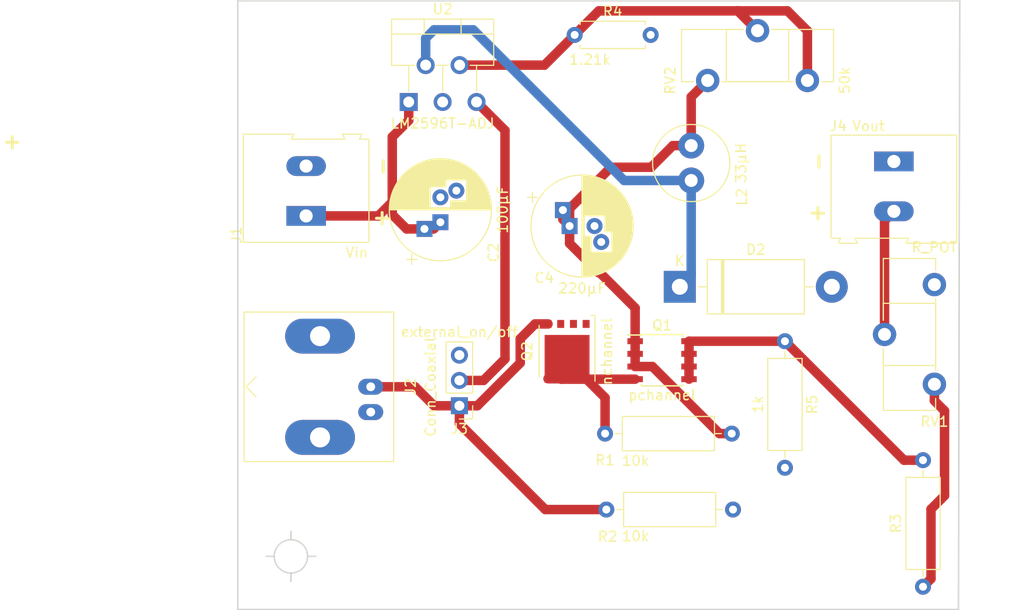
<source format=kicad_pcb>
(kicad_pcb (version 20171130) (host pcbnew 5.0.2-bee76a0~70~ubuntu18.04.1)

  (general
    (thickness 1.6)
    (drawings 11)
    (tracks 77)
    (zones 0)
    (modules 21)
    (nets 12)
  )

  (page A4)
  (layers
    (0 F.Cu signal)
    (31 B.Cu signal)
    (32 B.Adhes user)
    (33 F.Adhes user)
    (34 B.Paste user)
    (35 F.Paste user)
    (36 B.SilkS user)
    (37 F.SilkS user)
    (38 B.Mask user)
    (39 F.Mask user)
    (40 Dwgs.User user)
    (41 Cmts.User user)
    (42 Eco1.User user)
    (43 Eco2.User user)
    (44 Edge.Cuts user)
    (45 Margin user)
    (46 B.CrtYd user)
    (47 F.CrtYd user)
    (48 B.Fab user)
    (49 F.Fab user)
  )

  (setup
    (last_trace_width 0.25)
    (trace_clearance 0.2)
    (zone_clearance 0.508)
    (zone_45_only no)
    (trace_min 0.2)
    (segment_width 0.2)
    (edge_width 0.15)
    (via_size 0.8)
    (via_drill 0.4)
    (via_min_size 0.4)
    (via_min_drill 0.3)
    (uvia_size 0.3)
    (uvia_drill 0.1)
    (uvias_allowed no)
    (uvia_min_size 0.2)
    (uvia_min_drill 0.1)
    (pcb_text_width 0.3)
    (pcb_text_size 1.5 1.5)
    (mod_edge_width 0.15)
    (mod_text_size 1 1)
    (mod_text_width 0.15)
    (pad_size 1.524 1.524)
    (pad_drill 0.762)
    (pad_to_mask_clearance 0.051)
    (solder_mask_min_width 0.25)
    (aux_axis_origin 49.784 123.063)
    (grid_origin 49.784 123.063)
    (visible_elements FFFFEF7F)
    (pcbplotparams
      (layerselection 0x3ffff_ffffffff)
      (usegerberextensions false)
      (usegerberattributes false)
      (usegerberadvancedattributes false)
      (creategerberjobfile false)
      (excludeedgelayer true)
      (linewidth 0.100000)
      (plotframeref false)
      (viasonmask false)
      (mode 1)
      (useauxorigin false)
      (hpglpennumber 1)
      (hpglpenspeed 20)
      (hpglpendiameter 15.000000)
      (psnegative false)
      (psa4output false)
      (plotreference true)
      (plotvalue true)
      (plotinvisibletext false)
      (padsonsilk false)
      (subtractmaskfromsilk false)
      (outputformat 1)
      (mirror false)
      (drillshape 0)
      (scaleselection 1)
      (outputdirectory "gerber/"))
  )

  (net 0 "")
  (net 1 GND)
  (net 2 +24V)
  (net 3 "Net-(C4-Pad1)")
  (net 4 "Net-(D2-Pad1)")
  (net 5 "Net-(J2-Pad1)")
  (net 6 "Net-(J3-Pad2)")
  (net 7 "Net-(J4-Pad2)")
  (net 8 "Net-(Q1-Pad4)")
  (net 9 "Net-(Q1-Pad5)")
  (net 10 "Net-(R3-Pad1)")
  (net 11 "Net-(R4-Pad1)")

  (net_class Default "This is the default net class."
    (clearance 0.2)
    (trace_width 0.25)
    (via_dia 0.8)
    (via_drill 0.4)
    (uvia_dia 0.3)
    (uvia_drill 0.1)
  )

  (net_class Thick ""
    (clearance 0.25)
    (trace_width 0.95)
    (via_dia 0.8)
    (via_drill 0.4)
    (uvia_dia 0.3)
    (uvia_drill 0.1)
    (add_net +24V)
    (add_net GND)
    (add_net "Net-(C4-Pad1)")
    (add_net "Net-(D2-Pad1)")
    (add_net "Net-(J2-Pad1)")
    (add_net "Net-(J3-Pad2)")
    (add_net "Net-(J4-Pad2)")
    (add_net "Net-(Q1-Pad4)")
    (add_net "Net-(Q1-Pad5)")
    (add_net "Net-(R3-Pad1)")
    (add_net "Net-(R4-Pad1)")
  )

  (module MountingHole:MountingHole_3.2mm_M3_DIN965 (layer F.Cu) (tedit 5CD2A321) (tstamp 5CF5AB1C)
    (at 49.784 123.063)
    (descr "Mounting Hole 3.2mm, no annular, M3, DIN965")
    (tags "mounting hole 3.2mm no annular m3 din965")
    (attr virtual)
    (fp_text reference REF** (at 0 -3.8) (layer F.SilkS) hide
      (effects (font (size 1 1) (thickness 0.15)))
    )
    (fp_text value MountingHole_3.2mm_M3_DIN965 (at 0 3.8) (layer F.Fab)
      (effects (font (size 1 1) (thickness 0.15)))
    )
    (fp_circle (center 0 0) (end 3.05 0) (layer F.CrtYd) (width 0.05))
    (fp_circle (center 0 0) (end 2.8 0) (layer Cmts.User) (width 0.15))
    (fp_text user %R (at 0.3 0) (layer F.Fab)
      (effects (font (size 1 1) (thickness 0.15)))
    )
    (pad 1 np_thru_hole circle (at 0 0) (size 3.2 3.2) (drill 3.2) (layers *.Cu *.Mask))
  )

  (module MountingHole:MountingHole_3.2mm_M3_DIN965 (layer F.Cu) (tedit 5CD2A321) (tstamp 5CF5AAFF)
    (at 110.744 72.263)
    (descr "Mounting Hole 3.2mm, no annular, M3, DIN965")
    (tags "mounting hole 3.2mm no annular m3 din965")
    (attr virtual)
    (fp_text reference REF** (at 0 -3.8) (layer F.SilkS) hide
      (effects (font (size 1 1) (thickness 0.15)))
    )
    (fp_text value MountingHole_3.2mm_M3_DIN965 (at 0 3.8) (layer F.Fab)
      (effects (font (size 1 1) (thickness 0.15)))
    )
    (fp_text user %R (at 0.3 0) (layer F.Fab)
      (effects (font (size 1 1) (thickness 0.15)))
    )
    (fp_circle (center 0 0) (end 2.8 0) (layer Cmts.User) (width 0.15))
    (fp_circle (center 0 0) (end 3.05 0) (layer F.CrtYd) (width 0.05))
    (pad 1 np_thru_hole circle (at 0 0) (size 3.2 3.2) (drill 3.2) (layers *.Cu *.Mask))
  )

  (module Capacitor_THT:CP_Radial_D10.0mm_P2.50mm_P5.00mm (layer F.Cu) (tedit 5C6D713A) (tstamp 5C7556B3)
    (at 64.77 89.535 90)
    (descr "CP, Radial series, Radial, pin pitch=2.50mm 5.00mm, , diameter=10mm, Electrolytic Capacitor")
    (tags "CP Radial series Radial pin pitch 2.50mm 5.00mm  diameter 10mm Electrolytic Capacitor")
    (path /5C57ECE1)
    (fp_text reference C2 (at -3.048 5.334 90) (layer F.SilkS)
      (effects (font (size 1 1) (thickness 0.15)))
    )
    (fp_text value 100µF (at 1.25 6.25 90) (layer F.SilkS)
      (effects (font (size 1 1) (thickness 0.15)))
    )
    (fp_text user %R (at 1.25 0 90) (layer F.Fab)
      (effects (font (size 1 1) (thickness 0.15)))
    )
    (fp_line (start -3.729646 -3.375) (end -3.729646 -2.375) (layer F.SilkS) (width 0.12))
    (fp_line (start -4.229646 -2.875) (end -3.229646 -2.875) (layer F.SilkS) (width 0.12))
    (fp_line (start 6.331 -0.599) (end 6.331 0.599) (layer F.SilkS) (width 0.12))
    (fp_line (start 6.291 -0.862) (end 6.291 0.862) (layer F.SilkS) (width 0.12))
    (fp_line (start 6.251 -1.062) (end 6.251 1.062) (layer F.SilkS) (width 0.12))
    (fp_line (start 6.211 -1.23) (end 6.211 1.23) (layer F.SilkS) (width 0.12))
    (fp_line (start 6.171 -1.378) (end 6.171 1.378) (layer F.SilkS) (width 0.12))
    (fp_line (start 6.131 -1.51) (end 6.131 1.51) (layer F.SilkS) (width 0.12))
    (fp_line (start 6.091 -1.63) (end 6.091 1.63) (layer F.SilkS) (width 0.12))
    (fp_line (start 6.051 -1.742) (end 6.051 1.742) (layer F.SilkS) (width 0.12))
    (fp_line (start 6.011 -1.846) (end 6.011 1.846) (layer F.SilkS) (width 0.12))
    (fp_line (start 5.971 -1.944) (end 5.971 1.944) (layer F.SilkS) (width 0.12))
    (fp_line (start 5.931 -2.037) (end 5.931 2.037) (layer F.SilkS) (width 0.12))
    (fp_line (start 5.891 -2.125) (end 5.891 2.125) (layer F.SilkS) (width 0.12))
    (fp_line (start 5.851 -2.209) (end 5.851 2.209) (layer F.SilkS) (width 0.12))
    (fp_line (start 5.811 -2.289) (end 5.811 2.289) (layer F.SilkS) (width 0.12))
    (fp_line (start 5.771 -2.365) (end 5.771 2.365) (layer F.SilkS) (width 0.12))
    (fp_line (start 5.731 -2.439) (end 5.731 2.439) (layer F.SilkS) (width 0.12))
    (fp_line (start 5.691 -2.51) (end 5.691 2.51) (layer F.SilkS) (width 0.12))
    (fp_line (start 5.651 -2.579) (end 5.651 2.579) (layer F.SilkS) (width 0.12))
    (fp_line (start 5.611 -2.645) (end 5.611 2.645) (layer F.SilkS) (width 0.12))
    (fp_line (start 5.571 -2.709) (end 5.571 2.709) (layer F.SilkS) (width 0.12))
    (fp_line (start 5.531 -2.77) (end 5.531 2.77) (layer F.SilkS) (width 0.12))
    (fp_line (start 5.491 -2.83) (end 5.491 2.83) (layer F.SilkS) (width 0.12))
    (fp_line (start 5.451 -2.889) (end 5.451 2.889) (layer F.SilkS) (width 0.12))
    (fp_line (start 5.411 -2.945) (end 5.411 2.945) (layer F.SilkS) (width 0.12))
    (fp_line (start 5.371 -3) (end 5.371 3) (layer F.SilkS) (width 0.12))
    (fp_line (start 5.331 -3.054) (end 5.331 3.054) (layer F.SilkS) (width 0.12))
    (fp_line (start 5.291 -3.106) (end 5.291 3.106) (layer F.SilkS) (width 0.12))
    (fp_line (start 5.251 -3.156) (end 5.251 3.156) (layer F.SilkS) (width 0.12))
    (fp_line (start 5.211 -3.206) (end 5.211 3.206) (layer F.SilkS) (width 0.12))
    (fp_line (start 5.171 -3.254) (end 5.171 3.254) (layer F.SilkS) (width 0.12))
    (fp_line (start 5.131 -3.301) (end 5.131 3.301) (layer F.SilkS) (width 0.12))
    (fp_line (start 5.091 -3.347) (end 5.091 3.347) (layer F.SilkS) (width 0.12))
    (fp_line (start 5.051 -3.392) (end 5.051 3.392) (layer F.SilkS) (width 0.12))
    (fp_line (start 5.011 -3.436) (end 5.011 3.436) (layer F.SilkS) (width 0.12))
    (fp_line (start 4.971 -3.478) (end 4.971 3.478) (layer F.SilkS) (width 0.12))
    (fp_line (start 4.931 -3.52) (end 4.931 3.52) (layer F.SilkS) (width 0.12))
    (fp_line (start 4.891 -3.561) (end 4.891 3.561) (layer F.SilkS) (width 0.12))
    (fp_line (start 4.851 -3.601) (end 4.851 3.601) (layer F.SilkS) (width 0.12))
    (fp_line (start 4.811 -3.64) (end 4.811 3.64) (layer F.SilkS) (width 0.12))
    (fp_line (start 4.771 -3.679) (end 4.771 3.679) (layer F.SilkS) (width 0.12))
    (fp_line (start 4.731 -3.716) (end 4.731 3.716) (layer F.SilkS) (width 0.12))
    (fp_line (start 4.691 -3.753) (end 4.691 3.753) (layer F.SilkS) (width 0.12))
    (fp_line (start 4.651 -3.789) (end 4.651 3.789) (layer F.SilkS) (width 0.12))
    (fp_line (start 4.611 -3.824) (end 4.611 3.824) (layer F.SilkS) (width 0.12))
    (fp_line (start 4.571 -3.858) (end 4.571 3.858) (layer F.SilkS) (width 0.12))
    (fp_line (start 4.531 -3.892) (end 4.531 3.892) (layer F.SilkS) (width 0.12))
    (fp_line (start 4.491 -3.925) (end 4.491 3.925) (layer F.SilkS) (width 0.12))
    (fp_line (start 4.451 -3.957) (end 4.451 3.957) (layer F.SilkS) (width 0.12))
    (fp_line (start 4.411 -3.989) (end 4.411 3.989) (layer F.SilkS) (width 0.12))
    (fp_line (start 4.371 -4.02) (end 4.371 4.02) (layer F.SilkS) (width 0.12))
    (fp_line (start 4.331 -4.05) (end 4.331 4.05) (layer F.SilkS) (width 0.12))
    (fp_line (start 4.291 -4.08) (end 4.291 4.08) (layer F.SilkS) (width 0.12))
    (fp_line (start 4.251 -4.11) (end 4.251 4.11) (layer F.SilkS) (width 0.12))
    (fp_line (start 4.211 2.64) (end 4.211 4.138) (layer F.SilkS) (width 0.12))
    (fp_line (start 4.211 -4.138) (end 4.211 0.56) (layer F.SilkS) (width 0.12))
    (fp_line (start 4.171 2.64) (end 4.171 4.166) (layer F.SilkS) (width 0.12))
    (fp_line (start 4.171 -4.166) (end 4.171 0.56) (layer F.SilkS) (width 0.12))
    (fp_line (start 4.131 2.64) (end 4.131 4.194) (layer F.SilkS) (width 0.12))
    (fp_line (start 4.131 -4.194) (end 4.131 0.56) (layer F.SilkS) (width 0.12))
    (fp_line (start 4.091 2.64) (end 4.091 4.221) (layer F.SilkS) (width 0.12))
    (fp_line (start 4.091 -4.221) (end 4.091 0.56) (layer F.SilkS) (width 0.12))
    (fp_line (start 4.051 2.64) (end 4.051 4.247) (layer F.SilkS) (width 0.12))
    (fp_line (start 4.051 -4.247) (end 4.051 0.56) (layer F.SilkS) (width 0.12))
    (fp_line (start 4.011 2.64) (end 4.011 4.273) (layer F.SilkS) (width 0.12))
    (fp_line (start 4.011 -4.273) (end 4.011 0.56) (layer F.SilkS) (width 0.12))
    (fp_line (start 3.971 2.64) (end 3.971 4.298) (layer F.SilkS) (width 0.12))
    (fp_line (start 3.971 -4.298) (end 3.971 0.56) (layer F.SilkS) (width 0.12))
    (fp_line (start 3.931 2.64) (end 3.931 4.323) (layer F.SilkS) (width 0.12))
    (fp_line (start 3.931 -4.323) (end 3.931 0.56) (layer F.SilkS) (width 0.12))
    (fp_line (start 3.891 2.64) (end 3.891 4.347) (layer F.SilkS) (width 0.12))
    (fp_line (start 3.891 -4.347) (end 3.891 0.56) (layer F.SilkS) (width 0.12))
    (fp_line (start 3.851 2.64) (end 3.851 4.371) (layer F.SilkS) (width 0.12))
    (fp_line (start 3.851 -4.371) (end 3.851 0.56) (layer F.SilkS) (width 0.12))
    (fp_line (start 3.811 2.64) (end 3.811 4.395) (layer F.SilkS) (width 0.12))
    (fp_line (start 3.811 -4.395) (end 3.811 0.56) (layer F.SilkS) (width 0.12))
    (fp_line (start 3.771 2.64) (end 3.771 4.417) (layer F.SilkS) (width 0.12))
    (fp_line (start 3.771 -4.417) (end 3.771 0.56) (layer F.SilkS) (width 0.12))
    (fp_line (start 3.731 2.64) (end 3.731 4.44) (layer F.SilkS) (width 0.12))
    (fp_line (start 3.731 -4.44) (end 3.731 0.56) (layer F.SilkS) (width 0.12))
    (fp_line (start 3.691 2.64) (end 3.691 4.462) (layer F.SilkS) (width 0.12))
    (fp_line (start 3.691 -4.462) (end 3.691 0.56) (layer F.SilkS) (width 0.12))
    (fp_line (start 3.651 2.64) (end 3.651 4.483) (layer F.SilkS) (width 0.12))
    (fp_line (start 3.651 -4.483) (end 3.651 0.56) (layer F.SilkS) (width 0.12))
    (fp_line (start 3.611 2.64) (end 3.611 4.504) (layer F.SilkS) (width 0.12))
    (fp_line (start 3.611 -4.504) (end 3.611 0.56) (layer F.SilkS) (width 0.12))
    (fp_line (start 3.571 2.64) (end 3.571 4.525) (layer F.SilkS) (width 0.12))
    (fp_line (start 3.571 -4.525) (end 3.571 0.56) (layer F.SilkS) (width 0.12))
    (fp_line (start 3.531 2.64) (end 3.531 4.545) (layer F.SilkS) (width 0.12))
    (fp_line (start 3.531 -4.545) (end 3.531 -1.04) (layer F.SilkS) (width 0.12))
    (fp_line (start 3.491 2.64) (end 3.491 4.564) (layer F.SilkS) (width 0.12))
    (fp_line (start 3.491 -4.564) (end 3.491 -1.04) (layer F.SilkS) (width 0.12))
    (fp_line (start 3.451 2.64) (end 3.451 4.584) (layer F.SilkS) (width 0.12))
    (fp_line (start 3.451 -4.584) (end 3.451 -1.04) (layer F.SilkS) (width 0.12))
    (fp_line (start 3.411 2.64) (end 3.411 4.603) (layer F.SilkS) (width 0.12))
    (fp_line (start 3.411 -4.603) (end 3.411 -1.04) (layer F.SilkS) (width 0.12))
    (fp_line (start 3.371 2.64) (end 3.371 4.621) (layer F.SilkS) (width 0.12))
    (fp_line (start 3.371 -4.621) (end 3.371 -1.04) (layer F.SilkS) (width 0.12))
    (fp_line (start 3.331 2.64) (end 3.331 4.639) (layer F.SilkS) (width 0.12))
    (fp_line (start 3.331 -4.639) (end 3.331 -1.04) (layer F.SilkS) (width 0.12))
    (fp_line (start 3.291 2.64) (end 3.291 4.657) (layer F.SilkS) (width 0.12))
    (fp_line (start 3.291 -4.657) (end 3.291 -1.04) (layer F.SilkS) (width 0.12))
    (fp_line (start 3.251 2.64) (end 3.251 4.674) (layer F.SilkS) (width 0.12))
    (fp_line (start 3.251 -4.674) (end 3.251 -1.04) (layer F.SilkS) (width 0.12))
    (fp_line (start 3.211 2.64) (end 3.211 4.69) (layer F.SilkS) (width 0.12))
    (fp_line (start 3.211 -4.69) (end 3.211 -1.04) (layer F.SilkS) (width 0.12))
    (fp_line (start 3.171 2.64) (end 3.171 4.707) (layer F.SilkS) (width 0.12))
    (fp_line (start 3.171 -4.707) (end 3.171 -1.04) (layer F.SilkS) (width 0.12))
    (fp_line (start 3.131 2.64) (end 3.131 4.723) (layer F.SilkS) (width 0.12))
    (fp_line (start 3.131 -4.723) (end 3.131 -1.04) (layer F.SilkS) (width 0.12))
    (fp_line (start 3.091 2.64) (end 3.091 4.738) (layer F.SilkS) (width 0.12))
    (fp_line (start 3.091 -4.738) (end 3.091 -1.04) (layer F.SilkS) (width 0.12))
    (fp_line (start 3.051 2.64) (end 3.051 4.754) (layer F.SilkS) (width 0.12))
    (fp_line (start 3.051 -4.754) (end 3.051 -1.04) (layer F.SilkS) (width 0.12))
    (fp_line (start 3.011 2.64) (end 3.011 4.768) (layer F.SilkS) (width 0.12))
    (fp_line (start 3.011 -4.768) (end 3.011 -1.04) (layer F.SilkS) (width 0.12))
    (fp_line (start 2.971 2.64) (end 2.971 4.783) (layer F.SilkS) (width 0.12))
    (fp_line (start 2.971 -4.783) (end 2.971 -1.04) (layer F.SilkS) (width 0.12))
    (fp_line (start 2.931 2.64) (end 2.931 4.797) (layer F.SilkS) (width 0.12))
    (fp_line (start 2.931 -4.797) (end 2.931 -1.04) (layer F.SilkS) (width 0.12))
    (fp_line (start 2.891 2.64) (end 2.891 4.811) (layer F.SilkS) (width 0.12))
    (fp_line (start 2.891 -4.811) (end 2.891 -1.04) (layer F.SilkS) (width 0.12))
    (fp_line (start 2.851 2.64) (end 2.851 4.824) (layer F.SilkS) (width 0.12))
    (fp_line (start 2.851 -4.824) (end 2.851 -1.04) (layer F.SilkS) (width 0.12))
    (fp_line (start 2.811 2.64) (end 2.811 4.837) (layer F.SilkS) (width 0.12))
    (fp_line (start 2.811 -4.837) (end 2.811 -1.04) (layer F.SilkS) (width 0.12))
    (fp_line (start 2.771 2.64) (end 2.771 4.85) (layer F.SilkS) (width 0.12))
    (fp_line (start 2.771 -4.85) (end 2.771 -1.04) (layer F.SilkS) (width 0.12))
    (fp_line (start 2.731 2.64) (end 2.731 4.862) (layer F.SilkS) (width 0.12))
    (fp_line (start 2.731 -4.862) (end 2.731 -1.04) (layer F.SilkS) (width 0.12))
    (fp_line (start 2.691 2.64) (end 2.691 4.874) (layer F.SilkS) (width 0.12))
    (fp_line (start 2.691 -4.874) (end 2.691 -1.04) (layer F.SilkS) (width 0.12))
    (fp_line (start 2.651 2.64) (end 2.651 4.885) (layer F.SilkS) (width 0.12))
    (fp_line (start 2.651 -4.885) (end 2.651 -1.04) (layer F.SilkS) (width 0.12))
    (fp_line (start 2.611 2.64) (end 2.611 4.897) (layer F.SilkS) (width 0.12))
    (fp_line (start 2.611 -4.897) (end 2.611 -1.04) (layer F.SilkS) (width 0.12))
    (fp_line (start 2.571 2.64) (end 2.571 4.907) (layer F.SilkS) (width 0.12))
    (fp_line (start 2.571 -4.907) (end 2.571 -1.04) (layer F.SilkS) (width 0.12))
    (fp_line (start 2.531 2.64) (end 2.531 4.918) (layer F.SilkS) (width 0.12))
    (fp_line (start 2.531 -4.918) (end 2.531 -1.04) (layer F.SilkS) (width 0.12))
    (fp_line (start 2.491 2.64) (end 2.491 4.928) (layer F.SilkS) (width 0.12))
    (fp_line (start 2.491 -4.928) (end 2.491 -1.04) (layer F.SilkS) (width 0.12))
    (fp_line (start 2.451 2.64) (end 2.451 4.938) (layer F.SilkS) (width 0.12))
    (fp_line (start 2.451 -4.938) (end 2.451 -1.04) (layer F.SilkS) (width 0.12))
    (fp_line (start 2.411 2.64) (end 2.411 4.947) (layer F.SilkS) (width 0.12))
    (fp_line (start 2.411 -4.947) (end 2.411 -1.04) (layer F.SilkS) (width 0.12))
    (fp_line (start 2.371 2.64) (end 2.371 4.956) (layer F.SilkS) (width 0.12))
    (fp_line (start 2.371 -4.956) (end 2.371 -1.04) (layer F.SilkS) (width 0.12))
    (fp_line (start 2.331 2.64) (end 2.331 4.965) (layer F.SilkS) (width 0.12))
    (fp_line (start 2.331 -4.965) (end 2.331 -1.04) (layer F.SilkS) (width 0.12))
    (fp_line (start 2.291 2.64) (end 2.291 4.974) (layer F.SilkS) (width 0.12))
    (fp_line (start 2.291 -4.974) (end 2.291 -1.04) (layer F.SilkS) (width 0.12))
    (fp_line (start 2.251 2.64) (end 2.251 4.982) (layer F.SilkS) (width 0.12))
    (fp_line (start 2.251 -4.982) (end 2.251 -1.04) (layer F.SilkS) (width 0.12))
    (fp_line (start 2.211 2.64) (end 2.211 4.99) (layer F.SilkS) (width 0.12))
    (fp_line (start 2.211 -4.99) (end 2.211 -1.04) (layer F.SilkS) (width 0.12))
    (fp_line (start 2.171 2.64) (end 2.171 4.997) (layer F.SilkS) (width 0.12))
    (fp_line (start 2.171 -4.997) (end 2.171 -1.04) (layer F.SilkS) (width 0.12))
    (fp_line (start 2.131 1.04) (end 2.131 5.004) (layer F.SilkS) (width 0.12))
    (fp_line (start 2.131 -5.004) (end 2.131 -1.04) (layer F.SilkS) (width 0.12))
    (fp_line (start 2.091 1.04) (end 2.091 5.011) (layer F.SilkS) (width 0.12))
    (fp_line (start 2.091 -5.011) (end 2.091 -1.04) (layer F.SilkS) (width 0.12))
    (fp_line (start 2.051 1.04) (end 2.051 5.018) (layer F.SilkS) (width 0.12))
    (fp_line (start 2.051 -5.018) (end 2.051 -1.04) (layer F.SilkS) (width 0.12))
    (fp_line (start 2.011 1.04) (end 2.011 5.024) (layer F.SilkS) (width 0.12))
    (fp_line (start 2.011 -5.024) (end 2.011 -1.04) (layer F.SilkS) (width 0.12))
    (fp_line (start 1.971 1.04) (end 1.971 5.03) (layer F.SilkS) (width 0.12))
    (fp_line (start 1.971 -5.03) (end 1.971 -1.04) (layer F.SilkS) (width 0.12))
    (fp_line (start 1.93 1.04) (end 1.93 5.035) (layer F.SilkS) (width 0.12))
    (fp_line (start 1.93 -5.035) (end 1.93 -1.04) (layer F.SilkS) (width 0.12))
    (fp_line (start 1.89 1.04) (end 1.89 5.04) (layer F.SilkS) (width 0.12))
    (fp_line (start 1.89 -5.04) (end 1.89 -1.04) (layer F.SilkS) (width 0.12))
    (fp_line (start 1.85 1.04) (end 1.85 5.045) (layer F.SilkS) (width 0.12))
    (fp_line (start 1.85 -5.045) (end 1.85 -1.04) (layer F.SilkS) (width 0.12))
    (fp_line (start 1.81 1.04) (end 1.81 5.05) (layer F.SilkS) (width 0.12))
    (fp_line (start 1.81 -5.05) (end 1.81 -1.04) (layer F.SilkS) (width 0.12))
    (fp_line (start 1.77 1.04) (end 1.77 5.054) (layer F.SilkS) (width 0.12))
    (fp_line (start 1.77 -5.054) (end 1.77 -1.04) (layer F.SilkS) (width 0.12))
    (fp_line (start 1.73 1.04) (end 1.73 5.058) (layer F.SilkS) (width 0.12))
    (fp_line (start 1.73 -5.058) (end 1.73 -1.04) (layer F.SilkS) (width 0.12))
    (fp_line (start 1.69 1.04) (end 1.69 5.062) (layer F.SilkS) (width 0.12))
    (fp_line (start 1.69 -5.062) (end 1.69 -1.04) (layer F.SilkS) (width 0.12))
    (fp_line (start 1.65 1.04) (end 1.65 5.065) (layer F.SilkS) (width 0.12))
    (fp_line (start 1.65 -5.065) (end 1.65 -1.04) (layer F.SilkS) (width 0.12))
    (fp_line (start 1.61 1.04) (end 1.61 5.068) (layer F.SilkS) (width 0.12))
    (fp_line (start 1.61 -5.068) (end 1.61 -1.04) (layer F.SilkS) (width 0.12))
    (fp_line (start 1.57 1.04) (end 1.57 5.07) (layer F.SilkS) (width 0.12))
    (fp_line (start 1.57 -5.07) (end 1.57 -1.04) (layer F.SilkS) (width 0.12))
    (fp_line (start 1.53 1.04) (end 1.53 5.073) (layer F.SilkS) (width 0.12))
    (fp_line (start 1.53 -5.073) (end 1.53 -1.04) (layer F.SilkS) (width 0.12))
    (fp_line (start 1.49 1.04) (end 1.49 5.075) (layer F.SilkS) (width 0.12))
    (fp_line (start 1.49 -5.075) (end 1.49 -1.04) (layer F.SilkS) (width 0.12))
    (fp_line (start 1.45 -5.077) (end 1.45 5.077) (layer F.SilkS) (width 0.12))
    (fp_line (start 1.41 -5.078) (end 1.41 5.078) (layer F.SilkS) (width 0.12))
    (fp_line (start 1.37 -5.079) (end 1.37 5.079) (layer F.SilkS) (width 0.12))
    (fp_line (start 1.33 -5.08) (end 1.33 5.08) (layer F.SilkS) (width 0.12))
    (fp_line (start 1.29 -5.08) (end 1.29 5.08) (layer F.SilkS) (width 0.12))
    (fp_line (start 1.25 -5.08) (end 1.25 5.08) (layer F.SilkS) (width 0.12))
    (fp_line (start -2.538861 -2.6875) (end -2.538861 -1.6875) (layer F.Fab) (width 0.1))
    (fp_line (start -3.038861 -2.1875) (end -2.038861 -2.1875) (layer F.Fab) (width 0.1))
    (fp_circle (center 1.25 0) (end 6.5 0) (layer F.CrtYd) (width 0.05))
    (fp_circle (center 1.25 0) (end 6.37 0) (layer F.SilkS) (width 0.12))
    (fp_circle (center 1.25 0) (end 6.25 0) (layer F.Fab) (width 0.1))
    (pad 2 thru_hole circle (at 3.170937 1.6 90) (size 1.6 1.6) (drill 0.8) (layers *.Cu *.Mask)
      (net 1 GND))
    (pad 1 thru_hole rect (at -0.670937 -1.6 90) (size 1.6 1.6) (drill 0.8) (layers *.Cu *.Mask)
      (net 2 +24V))
    (pad 2 thru_hole circle (at 2.5 0 90) (size 1.6 1.6) (drill 0.8) (layers *.Cu *.Mask)
      (net 1 GND))
    (pad 1 thru_hole rect (at 0 0 90) (size 1.6 1.6) (drill 0.8) (layers *.Cu *.Mask)
      (net 2 +24V))
    (model ${KISYS3DMOD}/Capacitor_THT.3dshapes/CP_Radial_D10.0mm_P2.50mm_P5.00mm.wrl
      (at (xyz 0 0 0))
      (scale (xyz 1 1 1))
      (rotate (xyz 0 0 0))
    )
  )

  (module Capacitor_THT:CP_Radial_D10.0mm_P2.50mm_P5.00mm (layer F.Cu) (tedit 5C6D7111) (tstamp 5C75585D)
    (at 77.724 89.916)
    (descr "CP, Radial series, Radial, pin pitch=2.50mm 5.00mm, , diameter=10mm, Electrolytic Capacitor")
    (tags "CP Radial series Radial pin pitch 2.50mm 5.00mm  diameter 10mm Electrolytic Capacitor")
    (path /5C57F045)
    (fp_text reference C4 (at -2.54 5.207) (layer F.SilkS)
      (effects (font (size 1 1) (thickness 0.15)))
    )
    (fp_text value 220µF (at 1.25 6.25) (layer F.SilkS)
      (effects (font (size 1 1) (thickness 0.15)))
    )
    (fp_circle (center 1.25 0) (end 6.25 0) (layer F.Fab) (width 0.1))
    (fp_circle (center 1.25 0) (end 6.37 0) (layer F.SilkS) (width 0.12))
    (fp_circle (center 1.25 0) (end 6.5 0) (layer F.CrtYd) (width 0.05))
    (fp_line (start -3.038861 -2.1875) (end -2.038861 -2.1875) (layer F.Fab) (width 0.1))
    (fp_line (start -2.538861 -2.6875) (end -2.538861 -1.6875) (layer F.Fab) (width 0.1))
    (fp_line (start 1.25 -5.08) (end 1.25 5.08) (layer F.SilkS) (width 0.12))
    (fp_line (start 1.29 -5.08) (end 1.29 5.08) (layer F.SilkS) (width 0.12))
    (fp_line (start 1.33 -5.08) (end 1.33 5.08) (layer F.SilkS) (width 0.12))
    (fp_line (start 1.37 -5.079) (end 1.37 5.079) (layer F.SilkS) (width 0.12))
    (fp_line (start 1.41 -5.078) (end 1.41 5.078) (layer F.SilkS) (width 0.12))
    (fp_line (start 1.45 -5.077) (end 1.45 5.077) (layer F.SilkS) (width 0.12))
    (fp_line (start 1.49 -5.075) (end 1.49 -1.04) (layer F.SilkS) (width 0.12))
    (fp_line (start 1.49 1.04) (end 1.49 5.075) (layer F.SilkS) (width 0.12))
    (fp_line (start 1.53 -5.073) (end 1.53 -1.04) (layer F.SilkS) (width 0.12))
    (fp_line (start 1.53 1.04) (end 1.53 5.073) (layer F.SilkS) (width 0.12))
    (fp_line (start 1.57 -5.07) (end 1.57 -1.04) (layer F.SilkS) (width 0.12))
    (fp_line (start 1.57 1.04) (end 1.57 5.07) (layer F.SilkS) (width 0.12))
    (fp_line (start 1.61 -5.068) (end 1.61 -1.04) (layer F.SilkS) (width 0.12))
    (fp_line (start 1.61 1.04) (end 1.61 5.068) (layer F.SilkS) (width 0.12))
    (fp_line (start 1.65 -5.065) (end 1.65 -1.04) (layer F.SilkS) (width 0.12))
    (fp_line (start 1.65 1.04) (end 1.65 5.065) (layer F.SilkS) (width 0.12))
    (fp_line (start 1.69 -5.062) (end 1.69 -1.04) (layer F.SilkS) (width 0.12))
    (fp_line (start 1.69 1.04) (end 1.69 5.062) (layer F.SilkS) (width 0.12))
    (fp_line (start 1.73 -5.058) (end 1.73 -1.04) (layer F.SilkS) (width 0.12))
    (fp_line (start 1.73 1.04) (end 1.73 5.058) (layer F.SilkS) (width 0.12))
    (fp_line (start 1.77 -5.054) (end 1.77 -1.04) (layer F.SilkS) (width 0.12))
    (fp_line (start 1.77 1.04) (end 1.77 5.054) (layer F.SilkS) (width 0.12))
    (fp_line (start 1.81 -5.05) (end 1.81 -1.04) (layer F.SilkS) (width 0.12))
    (fp_line (start 1.81 1.04) (end 1.81 5.05) (layer F.SilkS) (width 0.12))
    (fp_line (start 1.85 -5.045) (end 1.85 -1.04) (layer F.SilkS) (width 0.12))
    (fp_line (start 1.85 1.04) (end 1.85 5.045) (layer F.SilkS) (width 0.12))
    (fp_line (start 1.89 -5.04) (end 1.89 -1.04) (layer F.SilkS) (width 0.12))
    (fp_line (start 1.89 1.04) (end 1.89 5.04) (layer F.SilkS) (width 0.12))
    (fp_line (start 1.93 -5.035) (end 1.93 -1.04) (layer F.SilkS) (width 0.12))
    (fp_line (start 1.93 1.04) (end 1.93 5.035) (layer F.SilkS) (width 0.12))
    (fp_line (start 1.971 -5.03) (end 1.971 -1.04) (layer F.SilkS) (width 0.12))
    (fp_line (start 1.971 1.04) (end 1.971 5.03) (layer F.SilkS) (width 0.12))
    (fp_line (start 2.011 -5.024) (end 2.011 -1.04) (layer F.SilkS) (width 0.12))
    (fp_line (start 2.011 1.04) (end 2.011 5.024) (layer F.SilkS) (width 0.12))
    (fp_line (start 2.051 -5.018) (end 2.051 -1.04) (layer F.SilkS) (width 0.12))
    (fp_line (start 2.051 1.04) (end 2.051 5.018) (layer F.SilkS) (width 0.12))
    (fp_line (start 2.091 -5.011) (end 2.091 -1.04) (layer F.SilkS) (width 0.12))
    (fp_line (start 2.091 1.04) (end 2.091 5.011) (layer F.SilkS) (width 0.12))
    (fp_line (start 2.131 -5.004) (end 2.131 -1.04) (layer F.SilkS) (width 0.12))
    (fp_line (start 2.131 1.04) (end 2.131 5.004) (layer F.SilkS) (width 0.12))
    (fp_line (start 2.171 -4.997) (end 2.171 -1.04) (layer F.SilkS) (width 0.12))
    (fp_line (start 2.171 2.64) (end 2.171 4.997) (layer F.SilkS) (width 0.12))
    (fp_line (start 2.211 -4.99) (end 2.211 -1.04) (layer F.SilkS) (width 0.12))
    (fp_line (start 2.211 2.64) (end 2.211 4.99) (layer F.SilkS) (width 0.12))
    (fp_line (start 2.251 -4.982) (end 2.251 -1.04) (layer F.SilkS) (width 0.12))
    (fp_line (start 2.251 2.64) (end 2.251 4.982) (layer F.SilkS) (width 0.12))
    (fp_line (start 2.291 -4.974) (end 2.291 -1.04) (layer F.SilkS) (width 0.12))
    (fp_line (start 2.291 2.64) (end 2.291 4.974) (layer F.SilkS) (width 0.12))
    (fp_line (start 2.331 -4.965) (end 2.331 -1.04) (layer F.SilkS) (width 0.12))
    (fp_line (start 2.331 2.64) (end 2.331 4.965) (layer F.SilkS) (width 0.12))
    (fp_line (start 2.371 -4.956) (end 2.371 -1.04) (layer F.SilkS) (width 0.12))
    (fp_line (start 2.371 2.64) (end 2.371 4.956) (layer F.SilkS) (width 0.12))
    (fp_line (start 2.411 -4.947) (end 2.411 -1.04) (layer F.SilkS) (width 0.12))
    (fp_line (start 2.411 2.64) (end 2.411 4.947) (layer F.SilkS) (width 0.12))
    (fp_line (start 2.451 -4.938) (end 2.451 -1.04) (layer F.SilkS) (width 0.12))
    (fp_line (start 2.451 2.64) (end 2.451 4.938) (layer F.SilkS) (width 0.12))
    (fp_line (start 2.491 -4.928) (end 2.491 -1.04) (layer F.SilkS) (width 0.12))
    (fp_line (start 2.491 2.64) (end 2.491 4.928) (layer F.SilkS) (width 0.12))
    (fp_line (start 2.531 -4.918) (end 2.531 -1.04) (layer F.SilkS) (width 0.12))
    (fp_line (start 2.531 2.64) (end 2.531 4.918) (layer F.SilkS) (width 0.12))
    (fp_line (start 2.571 -4.907) (end 2.571 -1.04) (layer F.SilkS) (width 0.12))
    (fp_line (start 2.571 2.64) (end 2.571 4.907) (layer F.SilkS) (width 0.12))
    (fp_line (start 2.611 -4.897) (end 2.611 -1.04) (layer F.SilkS) (width 0.12))
    (fp_line (start 2.611 2.64) (end 2.611 4.897) (layer F.SilkS) (width 0.12))
    (fp_line (start 2.651 -4.885) (end 2.651 -1.04) (layer F.SilkS) (width 0.12))
    (fp_line (start 2.651 2.64) (end 2.651 4.885) (layer F.SilkS) (width 0.12))
    (fp_line (start 2.691 -4.874) (end 2.691 -1.04) (layer F.SilkS) (width 0.12))
    (fp_line (start 2.691 2.64) (end 2.691 4.874) (layer F.SilkS) (width 0.12))
    (fp_line (start 2.731 -4.862) (end 2.731 -1.04) (layer F.SilkS) (width 0.12))
    (fp_line (start 2.731 2.64) (end 2.731 4.862) (layer F.SilkS) (width 0.12))
    (fp_line (start 2.771 -4.85) (end 2.771 -1.04) (layer F.SilkS) (width 0.12))
    (fp_line (start 2.771 2.64) (end 2.771 4.85) (layer F.SilkS) (width 0.12))
    (fp_line (start 2.811 -4.837) (end 2.811 -1.04) (layer F.SilkS) (width 0.12))
    (fp_line (start 2.811 2.64) (end 2.811 4.837) (layer F.SilkS) (width 0.12))
    (fp_line (start 2.851 -4.824) (end 2.851 -1.04) (layer F.SilkS) (width 0.12))
    (fp_line (start 2.851 2.64) (end 2.851 4.824) (layer F.SilkS) (width 0.12))
    (fp_line (start 2.891 -4.811) (end 2.891 -1.04) (layer F.SilkS) (width 0.12))
    (fp_line (start 2.891 2.64) (end 2.891 4.811) (layer F.SilkS) (width 0.12))
    (fp_line (start 2.931 -4.797) (end 2.931 -1.04) (layer F.SilkS) (width 0.12))
    (fp_line (start 2.931 2.64) (end 2.931 4.797) (layer F.SilkS) (width 0.12))
    (fp_line (start 2.971 -4.783) (end 2.971 -1.04) (layer F.SilkS) (width 0.12))
    (fp_line (start 2.971 2.64) (end 2.971 4.783) (layer F.SilkS) (width 0.12))
    (fp_line (start 3.011 -4.768) (end 3.011 -1.04) (layer F.SilkS) (width 0.12))
    (fp_line (start 3.011 2.64) (end 3.011 4.768) (layer F.SilkS) (width 0.12))
    (fp_line (start 3.051 -4.754) (end 3.051 -1.04) (layer F.SilkS) (width 0.12))
    (fp_line (start 3.051 2.64) (end 3.051 4.754) (layer F.SilkS) (width 0.12))
    (fp_line (start 3.091 -4.738) (end 3.091 -1.04) (layer F.SilkS) (width 0.12))
    (fp_line (start 3.091 2.64) (end 3.091 4.738) (layer F.SilkS) (width 0.12))
    (fp_line (start 3.131 -4.723) (end 3.131 -1.04) (layer F.SilkS) (width 0.12))
    (fp_line (start 3.131 2.64) (end 3.131 4.723) (layer F.SilkS) (width 0.12))
    (fp_line (start 3.171 -4.707) (end 3.171 -1.04) (layer F.SilkS) (width 0.12))
    (fp_line (start 3.171 2.64) (end 3.171 4.707) (layer F.SilkS) (width 0.12))
    (fp_line (start 3.211 -4.69) (end 3.211 -1.04) (layer F.SilkS) (width 0.12))
    (fp_line (start 3.211 2.64) (end 3.211 4.69) (layer F.SilkS) (width 0.12))
    (fp_line (start 3.251 -4.674) (end 3.251 -1.04) (layer F.SilkS) (width 0.12))
    (fp_line (start 3.251 2.64) (end 3.251 4.674) (layer F.SilkS) (width 0.12))
    (fp_line (start 3.291 -4.657) (end 3.291 -1.04) (layer F.SilkS) (width 0.12))
    (fp_line (start 3.291 2.64) (end 3.291 4.657) (layer F.SilkS) (width 0.12))
    (fp_line (start 3.331 -4.639) (end 3.331 -1.04) (layer F.SilkS) (width 0.12))
    (fp_line (start 3.331 2.64) (end 3.331 4.639) (layer F.SilkS) (width 0.12))
    (fp_line (start 3.371 -4.621) (end 3.371 -1.04) (layer F.SilkS) (width 0.12))
    (fp_line (start 3.371 2.64) (end 3.371 4.621) (layer F.SilkS) (width 0.12))
    (fp_line (start 3.411 -4.603) (end 3.411 -1.04) (layer F.SilkS) (width 0.12))
    (fp_line (start 3.411 2.64) (end 3.411 4.603) (layer F.SilkS) (width 0.12))
    (fp_line (start 3.451 -4.584) (end 3.451 -1.04) (layer F.SilkS) (width 0.12))
    (fp_line (start 3.451 2.64) (end 3.451 4.584) (layer F.SilkS) (width 0.12))
    (fp_line (start 3.491 -4.564) (end 3.491 -1.04) (layer F.SilkS) (width 0.12))
    (fp_line (start 3.491 2.64) (end 3.491 4.564) (layer F.SilkS) (width 0.12))
    (fp_line (start 3.531 -4.545) (end 3.531 -1.04) (layer F.SilkS) (width 0.12))
    (fp_line (start 3.531 2.64) (end 3.531 4.545) (layer F.SilkS) (width 0.12))
    (fp_line (start 3.571 -4.525) (end 3.571 0.56) (layer F.SilkS) (width 0.12))
    (fp_line (start 3.571 2.64) (end 3.571 4.525) (layer F.SilkS) (width 0.12))
    (fp_line (start 3.611 -4.504) (end 3.611 0.56) (layer F.SilkS) (width 0.12))
    (fp_line (start 3.611 2.64) (end 3.611 4.504) (layer F.SilkS) (width 0.12))
    (fp_line (start 3.651 -4.483) (end 3.651 0.56) (layer F.SilkS) (width 0.12))
    (fp_line (start 3.651 2.64) (end 3.651 4.483) (layer F.SilkS) (width 0.12))
    (fp_line (start 3.691 -4.462) (end 3.691 0.56) (layer F.SilkS) (width 0.12))
    (fp_line (start 3.691 2.64) (end 3.691 4.462) (layer F.SilkS) (width 0.12))
    (fp_line (start 3.731 -4.44) (end 3.731 0.56) (layer F.SilkS) (width 0.12))
    (fp_line (start 3.731 2.64) (end 3.731 4.44) (layer F.SilkS) (width 0.12))
    (fp_line (start 3.771 -4.417) (end 3.771 0.56) (layer F.SilkS) (width 0.12))
    (fp_line (start 3.771 2.64) (end 3.771 4.417) (layer F.SilkS) (width 0.12))
    (fp_line (start 3.811 -4.395) (end 3.811 0.56) (layer F.SilkS) (width 0.12))
    (fp_line (start 3.811 2.64) (end 3.811 4.395) (layer F.SilkS) (width 0.12))
    (fp_line (start 3.851 -4.371) (end 3.851 0.56) (layer F.SilkS) (width 0.12))
    (fp_line (start 3.851 2.64) (end 3.851 4.371) (layer F.SilkS) (width 0.12))
    (fp_line (start 3.891 -4.347) (end 3.891 0.56) (layer F.SilkS) (width 0.12))
    (fp_line (start 3.891 2.64) (end 3.891 4.347) (layer F.SilkS) (width 0.12))
    (fp_line (start 3.931 -4.323) (end 3.931 0.56) (layer F.SilkS) (width 0.12))
    (fp_line (start 3.931 2.64) (end 3.931 4.323) (layer F.SilkS) (width 0.12))
    (fp_line (start 3.971 -4.298) (end 3.971 0.56) (layer F.SilkS) (width 0.12))
    (fp_line (start 3.971 2.64) (end 3.971 4.298) (layer F.SilkS) (width 0.12))
    (fp_line (start 4.011 -4.273) (end 4.011 0.56) (layer F.SilkS) (width 0.12))
    (fp_line (start 4.011 2.64) (end 4.011 4.273) (layer F.SilkS) (width 0.12))
    (fp_line (start 4.051 -4.247) (end 4.051 0.56) (layer F.SilkS) (width 0.12))
    (fp_line (start 4.051 2.64) (end 4.051 4.247) (layer F.SilkS) (width 0.12))
    (fp_line (start 4.091 -4.221) (end 4.091 0.56) (layer F.SilkS) (width 0.12))
    (fp_line (start 4.091 2.64) (end 4.091 4.221) (layer F.SilkS) (width 0.12))
    (fp_line (start 4.131 -4.194) (end 4.131 0.56) (layer F.SilkS) (width 0.12))
    (fp_line (start 4.131 2.64) (end 4.131 4.194) (layer F.SilkS) (width 0.12))
    (fp_line (start 4.171 -4.166) (end 4.171 0.56) (layer F.SilkS) (width 0.12))
    (fp_line (start 4.171 2.64) (end 4.171 4.166) (layer F.SilkS) (width 0.12))
    (fp_line (start 4.211 -4.138) (end 4.211 0.56) (layer F.SilkS) (width 0.12))
    (fp_line (start 4.211 2.64) (end 4.211 4.138) (layer F.SilkS) (width 0.12))
    (fp_line (start 4.251 -4.11) (end 4.251 4.11) (layer F.SilkS) (width 0.12))
    (fp_line (start 4.291 -4.08) (end 4.291 4.08) (layer F.SilkS) (width 0.12))
    (fp_line (start 4.331 -4.05) (end 4.331 4.05) (layer F.SilkS) (width 0.12))
    (fp_line (start 4.371 -4.02) (end 4.371 4.02) (layer F.SilkS) (width 0.12))
    (fp_line (start 4.411 -3.989) (end 4.411 3.989) (layer F.SilkS) (width 0.12))
    (fp_line (start 4.451 -3.957) (end 4.451 3.957) (layer F.SilkS) (width 0.12))
    (fp_line (start 4.491 -3.925) (end 4.491 3.925) (layer F.SilkS) (width 0.12))
    (fp_line (start 4.531 -3.892) (end 4.531 3.892) (layer F.SilkS) (width 0.12))
    (fp_line (start 4.571 -3.858) (end 4.571 3.858) (layer F.SilkS) (width 0.12))
    (fp_line (start 4.611 -3.824) (end 4.611 3.824) (layer F.SilkS) (width 0.12))
    (fp_line (start 4.651 -3.789) (end 4.651 3.789) (layer F.SilkS) (width 0.12))
    (fp_line (start 4.691 -3.753) (end 4.691 3.753) (layer F.SilkS) (width 0.12))
    (fp_line (start 4.731 -3.716) (end 4.731 3.716) (layer F.SilkS) (width 0.12))
    (fp_line (start 4.771 -3.679) (end 4.771 3.679) (layer F.SilkS) (width 0.12))
    (fp_line (start 4.811 -3.64) (end 4.811 3.64) (layer F.SilkS) (width 0.12))
    (fp_line (start 4.851 -3.601) (end 4.851 3.601) (layer F.SilkS) (width 0.12))
    (fp_line (start 4.891 -3.561) (end 4.891 3.561) (layer F.SilkS) (width 0.12))
    (fp_line (start 4.931 -3.52) (end 4.931 3.52) (layer F.SilkS) (width 0.12))
    (fp_line (start 4.971 -3.478) (end 4.971 3.478) (layer F.SilkS) (width 0.12))
    (fp_line (start 5.011 -3.436) (end 5.011 3.436) (layer F.SilkS) (width 0.12))
    (fp_line (start 5.051 -3.392) (end 5.051 3.392) (layer F.SilkS) (width 0.12))
    (fp_line (start 5.091 -3.347) (end 5.091 3.347) (layer F.SilkS) (width 0.12))
    (fp_line (start 5.131 -3.301) (end 5.131 3.301) (layer F.SilkS) (width 0.12))
    (fp_line (start 5.171 -3.254) (end 5.171 3.254) (layer F.SilkS) (width 0.12))
    (fp_line (start 5.211 -3.206) (end 5.211 3.206) (layer F.SilkS) (width 0.12))
    (fp_line (start 5.251 -3.156) (end 5.251 3.156) (layer F.SilkS) (width 0.12))
    (fp_line (start 5.291 -3.106) (end 5.291 3.106) (layer F.SilkS) (width 0.12))
    (fp_line (start 5.331 -3.054) (end 5.331 3.054) (layer F.SilkS) (width 0.12))
    (fp_line (start 5.371 -3) (end 5.371 3) (layer F.SilkS) (width 0.12))
    (fp_line (start 5.411 -2.945) (end 5.411 2.945) (layer F.SilkS) (width 0.12))
    (fp_line (start 5.451 -2.889) (end 5.451 2.889) (layer F.SilkS) (width 0.12))
    (fp_line (start 5.491 -2.83) (end 5.491 2.83) (layer F.SilkS) (width 0.12))
    (fp_line (start 5.531 -2.77) (end 5.531 2.77) (layer F.SilkS) (width 0.12))
    (fp_line (start 5.571 -2.709) (end 5.571 2.709) (layer F.SilkS) (width 0.12))
    (fp_line (start 5.611 -2.645) (end 5.611 2.645) (layer F.SilkS) (width 0.12))
    (fp_line (start 5.651 -2.579) (end 5.651 2.579) (layer F.SilkS) (width 0.12))
    (fp_line (start 5.691 -2.51) (end 5.691 2.51) (layer F.SilkS) (width 0.12))
    (fp_line (start 5.731 -2.439) (end 5.731 2.439) (layer F.SilkS) (width 0.12))
    (fp_line (start 5.771 -2.365) (end 5.771 2.365) (layer F.SilkS) (width 0.12))
    (fp_line (start 5.811 -2.289) (end 5.811 2.289) (layer F.SilkS) (width 0.12))
    (fp_line (start 5.851 -2.209) (end 5.851 2.209) (layer F.SilkS) (width 0.12))
    (fp_line (start 5.891 -2.125) (end 5.891 2.125) (layer F.SilkS) (width 0.12))
    (fp_line (start 5.931 -2.037) (end 5.931 2.037) (layer F.SilkS) (width 0.12))
    (fp_line (start 5.971 -1.944) (end 5.971 1.944) (layer F.SilkS) (width 0.12))
    (fp_line (start 6.011 -1.846) (end 6.011 1.846) (layer F.SilkS) (width 0.12))
    (fp_line (start 6.051 -1.742) (end 6.051 1.742) (layer F.SilkS) (width 0.12))
    (fp_line (start 6.091 -1.63) (end 6.091 1.63) (layer F.SilkS) (width 0.12))
    (fp_line (start 6.131 -1.51) (end 6.131 1.51) (layer F.SilkS) (width 0.12))
    (fp_line (start 6.171 -1.378) (end 6.171 1.378) (layer F.SilkS) (width 0.12))
    (fp_line (start 6.211 -1.23) (end 6.211 1.23) (layer F.SilkS) (width 0.12))
    (fp_line (start 6.251 -1.062) (end 6.251 1.062) (layer F.SilkS) (width 0.12))
    (fp_line (start 6.291 -0.862) (end 6.291 0.862) (layer F.SilkS) (width 0.12))
    (fp_line (start 6.331 -0.599) (end 6.331 0.599) (layer F.SilkS) (width 0.12))
    (fp_line (start -4.229646 -2.875) (end -3.229646 -2.875) (layer F.SilkS) (width 0.12))
    (fp_line (start -3.729646 -3.375) (end -3.729646 -2.375) (layer F.SilkS) (width 0.12))
    (fp_text user %R (at 1.25 0) (layer F.Fab)
      (effects (font (size 1 1) (thickness 0.15)))
    )
    (pad 1 thru_hole rect (at 0 0) (size 1.6 1.6) (drill 0.8) (layers *.Cu *.Mask)
      (net 3 "Net-(C4-Pad1)"))
    (pad 2 thru_hole circle (at 2.5 0) (size 1.6 1.6) (drill 0.8) (layers *.Cu *.Mask)
      (net 1 GND))
    (pad 1 thru_hole rect (at -0.670937 -1.6) (size 1.6 1.6) (drill 0.8) (layers *.Cu *.Mask)
      (net 3 "Net-(C4-Pad1)"))
    (pad 2 thru_hole circle (at 3.170937 1.6) (size 1.6 1.6) (drill 0.8) (layers *.Cu *.Mask)
      (net 1 GND))
    (model ${KISYS3DMOD}/Capacitor_THT.3dshapes/CP_Radial_D10.0mm_P2.50mm_P5.00mm.wrl
      (at (xyz 0 0 0))
      (scale (xyz 1 1 1))
      (rotate (xyz 0 0 0))
    )
  )

  (module Diode_THT:D_DO-201AD_P15.24mm_Horizontal (layer F.Cu) (tedit 5AE50CD5) (tstamp 5C75589B)
    (at 88.773 96.012)
    (descr "Diode, DO-201AD series, Axial, Horizontal, pin pitch=15.24mm, , length*diameter=9.5*5.2mm^2, , http://www.diodes.com/_files/packages/DO-201AD.pdf")
    (tags "Diode DO-201AD series Axial Horizontal pin pitch 15.24mm  length 9.5mm diameter 5.2mm")
    (path /5C57EE95)
    (fp_text reference D2 (at 7.62 -3.72) (layer F.SilkS)
      (effects (font (size 1 1) (thickness 0.15)))
    )
    (fp_text value 1N5822 (at 7.62 3.72) (layer F.Fab)
      (effects (font (size 1 1) (thickness 0.15)))
    )
    (fp_line (start 2.87 -2.6) (end 2.87 2.6) (layer F.Fab) (width 0.1))
    (fp_line (start 2.87 2.6) (end 12.37 2.6) (layer F.Fab) (width 0.1))
    (fp_line (start 12.37 2.6) (end 12.37 -2.6) (layer F.Fab) (width 0.1))
    (fp_line (start 12.37 -2.6) (end 2.87 -2.6) (layer F.Fab) (width 0.1))
    (fp_line (start 0 0) (end 2.87 0) (layer F.Fab) (width 0.1))
    (fp_line (start 15.24 0) (end 12.37 0) (layer F.Fab) (width 0.1))
    (fp_line (start 4.295 -2.6) (end 4.295 2.6) (layer F.Fab) (width 0.1))
    (fp_line (start 4.395 -2.6) (end 4.395 2.6) (layer F.Fab) (width 0.1))
    (fp_line (start 4.195 -2.6) (end 4.195 2.6) (layer F.Fab) (width 0.1))
    (fp_line (start 2.75 -2.72) (end 2.75 2.72) (layer F.SilkS) (width 0.12))
    (fp_line (start 2.75 2.72) (end 12.49 2.72) (layer F.SilkS) (width 0.12))
    (fp_line (start 12.49 2.72) (end 12.49 -2.72) (layer F.SilkS) (width 0.12))
    (fp_line (start 12.49 -2.72) (end 2.75 -2.72) (layer F.SilkS) (width 0.12))
    (fp_line (start 1.84 0) (end 2.75 0) (layer F.SilkS) (width 0.12))
    (fp_line (start 13.4 0) (end 12.49 0) (layer F.SilkS) (width 0.12))
    (fp_line (start 4.295 -2.72) (end 4.295 2.72) (layer F.SilkS) (width 0.12))
    (fp_line (start 4.415 -2.72) (end 4.415 2.72) (layer F.SilkS) (width 0.12))
    (fp_line (start 4.175 -2.72) (end 4.175 2.72) (layer F.SilkS) (width 0.12))
    (fp_line (start -1.85 -2.85) (end -1.85 2.85) (layer F.CrtYd) (width 0.05))
    (fp_line (start -1.85 2.85) (end 17.09 2.85) (layer F.CrtYd) (width 0.05))
    (fp_line (start 17.09 2.85) (end 17.09 -2.85) (layer F.CrtYd) (width 0.05))
    (fp_line (start 17.09 -2.85) (end -1.85 -2.85) (layer F.CrtYd) (width 0.05))
    (fp_text user %R (at 8.3325 0) (layer F.Fab)
      (effects (font (size 1 1) (thickness 0.15)))
    )
    (fp_text user K (at 0 -2.6) (layer F.Fab)
      (effects (font (size 1 1) (thickness 0.15)))
    )
    (fp_text user K (at 0 -2.6) (layer F.SilkS)
      (effects (font (size 1 1) (thickness 0.15)))
    )
    (pad 1 thru_hole rect (at 0 0) (size 3.2 3.2) (drill 1.6) (layers *.Cu *.Mask)
      (net 4 "Net-(D2-Pad1)"))
    (pad 2 thru_hole oval (at 15.24 0) (size 3.2 3.2) (drill 1.6) (layers *.Cu *.Mask)
      (net 1 GND))
    (model ${KISYS3DMOD}/Diode_THT.3dshapes/D_DO-201AD_P15.24mm_Horizontal.wrl
      (at (xyz 0 0 0))
      (scale (xyz 1 1 1))
      (rotate (xyz 0 0 0))
    )
  )

  (module Connector_Coaxial:BNC_Amphenol_B6252HB-NPP3G-50_Horizontal (layer F.Cu) (tedit 5C6D7102) (tstamp 5C75591B)
    (at 57.785 106.045 90)
    (descr http://www.farnell.com/datasheets/612848.pdf)
    (tags "BNC Amphenol Horizontal")
    (path /5C5809B4)
    (fp_text reference J2 (at 0 4 90) (layer F.SilkS)
      (effects (font (size 1 1) (thickness 0.15)))
    )
    (fp_text value Conn_Coaxial (at 0 6 270) (layer F.SilkS)
      (effects (font (size 1 1) (thickness 0.15)))
    )
    (fp_line (start -5 -20) (end 5 -21) (layer F.Fab) (width 0.1))
    (fp_line (start -5 -19) (end 5 -20) (layer F.Fab) (width 0.1))
    (fp_line (start -5 -18) (end 5 -19) (layer F.Fab) (width 0.1))
    (fp_line (start -5 -17) (end 5 -18) (layer F.Fab) (width 0.1))
    (fp_line (start -5 -16) (end 5 -17) (layer F.Fab) (width 0.1))
    (fp_line (start -5 -15) (end 5 -16) (layer F.Fab) (width 0.1))
    (fp_circle (center 0 -28.07) (end 1 -28.07) (layer F.Fab) (width 0.1))
    (fp_line (start 4.8 -21.4) (end 4.8 -33.3) (layer F.Fab) (width 0.1))
    (fp_line (start 4.8 -33.3) (end -4.8 -33.3) (layer F.Fab) (width 0.1))
    (fp_line (start -4.8 -33.3) (end -4.8 -21.4) (layer F.Fab) (width 0.1))
    (fp_line (start 6.35 -12.7) (end 6.35 -21.4) (layer F.Fab) (width 0.1))
    (fp_line (start 6.35 -21.4) (end -6.35 -21.4) (layer F.Fab) (width 0.1))
    (fp_line (start -6.35 -21.4) (end -6.35 -12.7) (layer F.Fab) (width 0.1))
    (fp_line (start -7.35 2.2) (end 7.35 2.2) (layer F.Fab) (width 0.1))
    (fp_line (start 7.35 2.2) (end 7.35 -12.7) (layer F.Fab) (width 0.1))
    (fp_line (start 7.35 -12.7) (end -7.35 -12.7) (layer F.Fab) (width 0.1))
    (fp_line (start -7.35 -12.7) (end -7.35 2.2) (layer F.Fab) (width 0.1))
    (fp_text user %R (at 0 0 90) (layer F.Fab)
      (effects (font (size 1 1) (thickness 0.15)))
    )
    (fp_line (start -5 -14) (end 5 -15) (layer F.Fab) (width 0.1))
    (fp_line (start -7.5 -12.7) (end 7.5 -12.7) (layer F.SilkS) (width 0.12))
    (fp_line (start 7.5 -12.7) (end 7.5 2.3) (layer F.SilkS) (width 0.12))
    (fp_line (start 7.5 2.3) (end -7.5 2.3) (layer F.SilkS) (width 0.12))
    (fp_line (start -7.5 2.3) (end -7.5 -12.7) (layer F.SilkS) (width 0.12))
    (fp_line (start -7.85 2.7) (end 7.85 2.7) (layer F.CrtYd) (width 0.05))
    (fp_line (start -7.85 2.7) (end -7.85 -33.8) (layer F.CrtYd) (width 0.05))
    (fp_line (start 7.85 -33.8) (end -7.85 -33.8) (layer F.CrtYd) (width 0.05))
    (fp_line (start 7.85 2.7) (end 7.85 -33.8) (layer F.CrtYd) (width 0.05))
    (fp_line (start 0 -12.5) (end -1 -11.5) (layer F.SilkS) (width 0.12))
    (fp_line (start 0 -12.5) (end 1 -11.5) (layer F.SilkS) (width 0.12))
    (pad 2 thru_hole oval (at -5.08 -5.08 90) (size 3.5 7) (drill 2.01) (layers *.Cu *.Mask)
      (net 1 GND))
    (pad 2 thru_hole oval (at 5.08 -5.08 90) (size 3.5 7) (drill 2.01) (layers *.Cu *.Mask)
      (net 1 GND))
    (pad 1 thru_hole oval (at 0 0 90) (size 1.6 2.5) (drill 0.89) (layers *.Cu *.Mask)
      (net 5 "Net-(J2-Pad1)"))
    (pad 2 thru_hole oval (at -2.54 0 90) (size 1.6 2.5) (drill 0.89) (layers *.Cu *.Mask)
      (net 1 GND))
    (model ${KISYS3DMOD}/Connector_Coaxial.3dshapes/BNC_Amphenol_B6252HB-NPP3G-50_Horizontal.wrl
      (at (xyz 0 0 0))
      (scale (xyz 1 1 1))
      (rotate (xyz 0 0 0))
    )
  )

  (module Connector_PinHeader_2.54mm:PinHeader_1x03_P2.54mm_Vertical (layer F.Cu) (tedit 5C6D7108) (tstamp 5C755932)
    (at 66.675 107.95 180)
    (descr "Through hole straight pin header, 1x03, 2.54mm pitch, single row")
    (tags "Through hole pin header THT 1x03 2.54mm single row")
    (path /5C5CA8DC)
    (fp_text reference J3 (at 0 -2.33 180) (layer F.SilkS)
      (effects (font (size 1 1) (thickness 0.15)))
    )
    (fp_text value external_on/off (at 0 7.41 180) (layer F.SilkS)
      (effects (font (size 1 1) (thickness 0.15)))
    )
    (fp_line (start -0.635 -1.27) (end 1.27 -1.27) (layer F.Fab) (width 0.1))
    (fp_line (start 1.27 -1.27) (end 1.27 6.35) (layer F.Fab) (width 0.1))
    (fp_line (start 1.27 6.35) (end -1.27 6.35) (layer F.Fab) (width 0.1))
    (fp_line (start -1.27 6.35) (end -1.27 -0.635) (layer F.Fab) (width 0.1))
    (fp_line (start -1.27 -0.635) (end -0.635 -1.27) (layer F.Fab) (width 0.1))
    (fp_line (start -1.33 6.41) (end 1.33 6.41) (layer F.SilkS) (width 0.12))
    (fp_line (start -1.33 1.27) (end -1.33 6.41) (layer F.SilkS) (width 0.12))
    (fp_line (start 1.33 1.27) (end 1.33 6.41) (layer F.SilkS) (width 0.12))
    (fp_line (start -1.33 1.27) (end 1.33 1.27) (layer F.SilkS) (width 0.12))
    (fp_line (start -1.33 0) (end -1.33 -1.33) (layer F.SilkS) (width 0.12))
    (fp_line (start -1.33 -1.33) (end 0 -1.33) (layer F.SilkS) (width 0.12))
    (fp_line (start -1.8 -1.8) (end -1.8 6.85) (layer F.CrtYd) (width 0.05))
    (fp_line (start -1.8 6.85) (end 1.8 6.85) (layer F.CrtYd) (width 0.05))
    (fp_line (start 1.8 6.85) (end 1.8 -1.8) (layer F.CrtYd) (width 0.05))
    (fp_line (start 1.8 -1.8) (end -1.8 -1.8) (layer F.CrtYd) (width 0.05))
    (fp_text user %R (at 0 2.54 270) (layer F.Fab)
      (effects (font (size 1 1) (thickness 0.15)))
    )
    (pad 1 thru_hole rect (at 0 0 180) (size 1.7 1.7) (drill 1) (layers *.Cu *.Mask)
      (net 5 "Net-(J2-Pad1)"))
    (pad 2 thru_hole oval (at 0 2.54 180) (size 1.7 1.7) (drill 1) (layers *.Cu *.Mask)
      (net 6 "Net-(J3-Pad2)"))
    (pad 3 thru_hole oval (at 0 5.08 180) (size 1.7 1.7) (drill 1) (layers *.Cu *.Mask)
      (net 1 GND))
    (model ${KISYS3DMOD}/Connector_PinHeader_2.54mm.3dshapes/PinHeader_1x03_P2.54mm_Vertical.wrl
      (at (xyz 0 0 0))
      (scale (xyz 1 1 1))
      (rotate (xyz 0 0 0))
    )
  )

  (module Inductor_THT:L_Radial_D7.5mm_P3.50mm_Fastron_07P (layer F.Cu) (tedit 5C6D7123) (tstamp 5C755972)
    (at 89.916 85.344 90)
    (descr "Inductor, Radial series, Radial, pin pitch=3.50mm, , diameter=7.5mm, Fastron, 07P, http://www.fastrongroup.com/image-show/39/07P.pdf?type=Complete-DataSheet&productType=series")
    (tags "Inductor Radial series Radial pin pitch 3.50mm  diameter 7.5mm Fastron 07P")
    (path /5C57EFBD)
    (fp_text reference L2 (at -1.651 5.08 90) (layer F.SilkS)
      (effects (font (size 1 1) (thickness 0.15)))
    )
    (fp_text value 33µH (at 1.75 5 90) (layer F.SilkS)
      (effects (font (size 1 1) (thickness 0.15)))
    )
    (fp_circle (center 1.75 0) (end 5.5 0) (layer F.Fab) (width 0.1))
    (fp_circle (center 1.75 0) (end 5.62 0) (layer F.SilkS) (width 0.12))
    (fp_circle (center 1.75 0) (end 5.75 0) (layer F.CrtYd) (width 0.05))
    (fp_text user %R (at 1.75 0 90) (layer F.Fab)
      (effects (font (size 1 1) (thickness 0.15)))
    )
    (pad 1 thru_hole circle (at 0 0 90) (size 2.6 2.6) (drill 1.3) (layers *.Cu *.Mask)
      (net 4 "Net-(D2-Pad1)"))
    (pad 2 thru_hole circle (at 3.5 0 90) (size 2.6 2.6) (drill 1.3) (layers *.Cu *.Mask)
      (net 3 "Net-(C4-Pad1)"))
    (model ${KISYS3DMOD}/Inductor_THT.3dshapes/L_Radial_D7.5mm_P3.50mm_Fastron_07P.wrl
      (at (xyz 0 0 0))
      (scale (xyz 1 1 1))
      (rotate (xyz 0 0 0))
    )
  )

  (module Resistor_THT:R_Axial_DIN0207_L6.3mm_D2.5mm_P7.62mm_Horizontal (layer F.Cu) (tedit 5C6D712E) (tstamp 5C7559CE)
    (at 78.232 70.739)
    (descr "Resistor, Axial_DIN0207 series, Axial, Horizontal, pin pitch=7.62mm, 0.25W = 1/4W, length*diameter=6.3*2.5mm^2, http://cdn-reichelt.de/documents/datenblatt/B400/1_4W%23YAG.pdf")
    (tags "Resistor Axial_DIN0207 series Axial Horizontal pin pitch 7.62mm 0.25W = 1/4W length 6.3mm diameter 2.5mm")
    (path /5C57F465)
    (fp_text reference R4 (at 3.81 -2.37) (layer F.SilkS)
      (effects (font (size 1 1) (thickness 0.15)))
    )
    (fp_text value 1.21k (at 1.524 2.4765) (layer F.SilkS)
      (effects (font (size 1 1) (thickness 0.15)))
    )
    (fp_line (start 0.66 -1.25) (end 0.66 1.25) (layer F.Fab) (width 0.1))
    (fp_line (start 0.66 1.25) (end 6.96 1.25) (layer F.Fab) (width 0.1))
    (fp_line (start 6.96 1.25) (end 6.96 -1.25) (layer F.Fab) (width 0.1))
    (fp_line (start 6.96 -1.25) (end 0.66 -1.25) (layer F.Fab) (width 0.1))
    (fp_line (start 0 0) (end 0.66 0) (layer F.Fab) (width 0.1))
    (fp_line (start 7.62 0) (end 6.96 0) (layer F.Fab) (width 0.1))
    (fp_line (start 0.54 -1.04) (end 0.54 -1.37) (layer F.SilkS) (width 0.12))
    (fp_line (start 0.54 -1.37) (end 7.08 -1.37) (layer F.SilkS) (width 0.12))
    (fp_line (start 7.08 -1.37) (end 7.08 -1.04) (layer F.SilkS) (width 0.12))
    (fp_line (start 0.54 1.04) (end 0.54 1.37) (layer F.SilkS) (width 0.12))
    (fp_line (start 0.54 1.37) (end 7.08 1.37) (layer F.SilkS) (width 0.12))
    (fp_line (start 7.08 1.37) (end 7.08 1.04) (layer F.SilkS) (width 0.12))
    (fp_line (start -1.05 -1.5) (end -1.05 1.5) (layer F.CrtYd) (width 0.05))
    (fp_line (start -1.05 1.5) (end 8.67 1.5) (layer F.CrtYd) (width 0.05))
    (fp_line (start 8.67 1.5) (end 8.67 -1.5) (layer F.CrtYd) (width 0.05))
    (fp_line (start 8.67 -1.5) (end -1.05 -1.5) (layer F.CrtYd) (width 0.05))
    (fp_text user %R (at 3.81 0) (layer F.Fab)
      (effects (font (size 1 1) (thickness 0.15)))
    )
    (pad 1 thru_hole circle (at 0 0) (size 1.6 1.6) (drill 0.8) (layers *.Cu *.Mask)
      (net 11 "Net-(R4-Pad1)"))
    (pad 2 thru_hole oval (at 7.62 0) (size 1.6 1.6) (drill 0.8) (layers *.Cu *.Mask)
      (net 1 GND))
    (model ${KISYS3DMOD}/Resistor_THT.3dshapes/R_Axial_DIN0207_L6.3mm_D2.5mm_P7.62mm_Horizontal.wrl
      (at (xyz 0 0 0))
      (scale (xyz 1 1 1))
      (rotate (xyz 0 0 0))
    )
  )

  (module Potentiometer_THT:Potentiometer_Piher_PT-15-H25_Horizontal (layer F.Cu) (tedit 5C6D7069) (tstamp 5C755A1C)
    (at 114.3 105.791 180)
    (descr "Potentiometer, horizontal, Piher PT-15-H25, http://www.piher-nacesa.com/pdf/14-PT15v03.pdf")
    (tags "Potentiometer horizontal Piher PT-15-H25")
    (path /5CD43601)
    (fp_text reference RV1 (at 0 -3.75 180) (layer F.SilkS)
      (effects (font (size 1 1) (thickness 0.15)))
    )
    (fp_text value R_POT (at 0 13.75 180) (layer F.SilkS)
      (effects (font (size 1 1) (thickness 0.15)))
    )
    (fp_text user %R (at 2.5 5 180) (layer F.Fab)
      (effects (font (size 1 1) (thickness 0.15)))
    )
    (fp_line (start 6.45 -2.75) (end -1.45 -2.75) (layer F.CrtYd) (width 0.05))
    (fp_line (start 6.45 12.75) (end 6.45 -2.75) (layer F.CrtYd) (width 0.05))
    (fp_line (start -1.45 12.75) (end 6.45 12.75) (layer F.CrtYd) (width 0.05))
    (fp_line (start -1.45 -2.75) (end -1.45 12.75) (layer F.CrtYd) (width 0.05))
    (fp_line (start 5.12 6.425) (end 5.12 8.121) (layer F.SilkS) (width 0.12))
    (fp_line (start 5.12 1.88) (end 5.12 3.575) (layer F.SilkS) (width 0.12))
    (fp_line (start -0.121 1.88) (end -0.121 8.121) (layer F.SilkS) (width 0.12))
    (fp_line (start -0.121 8.121) (end 5.12 8.121) (layer F.SilkS) (width 0.12))
    (fp_line (start -0.121 1.88) (end 5.12 1.88) (layer F.SilkS) (width 0.12))
    (fp_line (start -0.121 1.426) (end -0.121 8.575) (layer F.SilkS) (width 0.12))
    (fp_line (start -0.121 -2.62) (end -0.121 -1.426) (layer F.SilkS) (width 0.12))
    (fp_line (start -0.121 11.425) (end -0.121 12.62) (layer F.SilkS) (width 0.12))
    (fp_line (start 5.12 6.425) (end 5.12 12.62) (layer F.SilkS) (width 0.12))
    (fp_line (start 5.12 -2.62) (end 5.12 3.575) (layer F.SilkS) (width 0.12))
    (fp_line (start -0.121 12.62) (end 5.12 12.62) (layer F.SilkS) (width 0.12))
    (fp_line (start -0.121 -2.62) (end 5.12 -2.62) (layer F.SilkS) (width 0.12))
    (fp_line (start 5 2) (end 0 2) (layer F.Fab) (width 0.1))
    (fp_line (start 5 8) (end 5 2) (layer F.Fab) (width 0.1))
    (fp_line (start 0 8) (end 5 8) (layer F.Fab) (width 0.1))
    (fp_line (start 0 2) (end 0 8) (layer F.Fab) (width 0.1))
    (fp_line (start 0 -2.5) (end 5 -2.5) (layer F.Fab) (width 0.1))
    (fp_line (start 0 12.5) (end 0 -2.5) (layer F.Fab) (width 0.1))
    (fp_line (start 5 12.5) (end 0 12.5) (layer F.Fab) (width 0.1))
    (fp_line (start 5 -2.5) (end 5 12.5) (layer F.Fab) (width 0.1))
    (pad 1 thru_hole circle (at 0 0 180) (size 2.34 2.34) (drill 1.3) (layers *.Cu *.Mask)
      (net 10 "Net-(R3-Pad1)"))
    (pad 2 thru_hole circle (at 5 5 180) (size 2.34 2.34) (drill 1.3) (layers *.Cu *.Mask)
      (net 7 "Net-(J4-Pad2)"))
    (pad 3 thru_hole circle (at 0 10 180) (size 2.34 2.34) (drill 1.3) (layers *.Cu *.Mask))
    (model ${KISYS3DMOD}/Potentiometer_THT.3dshapes/Potentiometer_Piher_PT-15-H25_Horizontal.wrl
      (at (xyz 0 0 0))
      (scale (xyz 1 1 1))
      (rotate (xyz 0 0 0))
    )
  )

  (module Potentiometer_THT:Potentiometer_Piher_PT-15-H25_Horizontal (layer F.Cu) (tedit 5C6D7063) (tstamp 5C755A3C)
    (at 91.567 75.311 90)
    (descr "Potentiometer, horizontal, Piher PT-15-H25, http://www.piher-nacesa.com/pdf/14-PT15v03.pdf")
    (tags "Potentiometer horizontal Piher PT-15-H25")
    (path /5C57F357)
    (fp_text reference RV2 (at 0 -3.75 90) (layer F.SilkS)
      (effects (font (size 1 1) (thickness 0.15)))
    )
    (fp_text value 50k (at 0 13.75 90) (layer F.SilkS)
      (effects (font (size 1 1) (thickness 0.15)))
    )
    (fp_line (start 5 -2.5) (end 5 12.5) (layer F.Fab) (width 0.1))
    (fp_line (start 5 12.5) (end 0 12.5) (layer F.Fab) (width 0.1))
    (fp_line (start 0 12.5) (end 0 -2.5) (layer F.Fab) (width 0.1))
    (fp_line (start 0 -2.5) (end 5 -2.5) (layer F.Fab) (width 0.1))
    (fp_line (start 0 2) (end 0 8) (layer F.Fab) (width 0.1))
    (fp_line (start 0 8) (end 5 8) (layer F.Fab) (width 0.1))
    (fp_line (start 5 8) (end 5 2) (layer F.Fab) (width 0.1))
    (fp_line (start 5 2) (end 0 2) (layer F.Fab) (width 0.1))
    (fp_line (start -0.121 -2.62) (end 5.12 -2.62) (layer F.SilkS) (width 0.12))
    (fp_line (start -0.121 12.62) (end 5.12 12.62) (layer F.SilkS) (width 0.12))
    (fp_line (start 5.12 -2.62) (end 5.12 3.575) (layer F.SilkS) (width 0.12))
    (fp_line (start 5.12 6.425) (end 5.12 12.62) (layer F.SilkS) (width 0.12))
    (fp_line (start -0.121 11.425) (end -0.121 12.62) (layer F.SilkS) (width 0.12))
    (fp_line (start -0.121 -2.62) (end -0.121 -1.426) (layer F.SilkS) (width 0.12))
    (fp_line (start -0.121 1.426) (end -0.121 8.575) (layer F.SilkS) (width 0.12))
    (fp_line (start -0.121 1.88) (end 5.12 1.88) (layer F.SilkS) (width 0.12))
    (fp_line (start -0.121 8.121) (end 5.12 8.121) (layer F.SilkS) (width 0.12))
    (fp_line (start -0.121 1.88) (end -0.121 8.121) (layer F.SilkS) (width 0.12))
    (fp_line (start 5.12 1.88) (end 5.12 3.575) (layer F.SilkS) (width 0.12))
    (fp_line (start 5.12 6.425) (end 5.12 8.121) (layer F.SilkS) (width 0.12))
    (fp_line (start -1.45 -2.75) (end -1.45 12.75) (layer F.CrtYd) (width 0.05))
    (fp_line (start -1.45 12.75) (end 6.45 12.75) (layer F.CrtYd) (width 0.05))
    (fp_line (start 6.45 12.75) (end 6.45 -2.75) (layer F.CrtYd) (width 0.05))
    (fp_line (start 6.45 -2.75) (end -1.45 -2.75) (layer F.CrtYd) (width 0.05))
    (fp_text user %R (at 2.5 5 90) (layer F.Fab)
      (effects (font (size 1 1) (thickness 0.15)))
    )
    (pad 3 thru_hole circle (at 0 10 90) (size 2.34 2.34) (drill 1.3) (layers *.Cu *.Mask)
      (net 11 "Net-(R4-Pad1)"))
    (pad 2 thru_hole circle (at 5 5 90) (size 2.34 2.34) (drill 1.3) (layers *.Cu *.Mask)
      (net 11 "Net-(R4-Pad1)"))
    (pad 1 thru_hole circle (at 0 0 90) (size 2.34 2.34) (drill 1.3) (layers *.Cu *.Mask)
      (net 3 "Net-(C4-Pad1)"))
    (model ${KISYS3DMOD}/Potentiometer_THT.3dshapes/Potentiometer_Piher_PT-15-H25_Horizontal.wrl
      (at (xyz 0 0 0))
      (scale (xyz 1 1 1))
      (rotate (xyz 0 0 0))
    )
  )

  (module Package_TO_SOT_THT:TO-220-5_P3.4x3.7mm_StaggerOdd_Lead3.8mm_Vertical (layer F.Cu) (tedit 5C6D7143) (tstamp 5C755A88)
    (at 61.595 77.47)
    (descr "TO-220-5, Vertical, RM 1.7mm, Pentawatt, Multiwatt-5, staggered type-1, see http://www.analog.com/media/en/package-pcb-resources/package/pkg_pdf/ltc-legacy-to-220/to-220_5_05-08-1421.pdf?domain=www.linear.com, https://www.diodes.com/assets/Package-Files/TO220-5.pdf")
    (tags "TO-220-5 Vertical RM 1.7mm Pentawatt Multiwatt-5 staggered type-1")
    (path /5C57E983)
    (fp_text reference U2 (at 3.4 -9.32) (layer F.SilkS)
      (effects (font (size 1 1) (thickness 0.15)))
    )
    (fp_text value LM2596T-ADJ (at 3.4 2.15) (layer F.SilkS)
      (effects (font (size 1 1) (thickness 0.15)))
    )
    (fp_text user %R (at 3.4 -9.32) (layer F.Fab)
      (effects (font (size 1 1) (thickness 0.15)))
    )
    (fp_line (start 8.65 -8.45) (end -1.85 -8.45) (layer F.CrtYd) (width 0.05))
    (fp_line (start 8.65 1.15) (end 8.65 -8.45) (layer F.CrtYd) (width 0.05))
    (fp_line (start -1.85 1.15) (end 8.65 1.15) (layer F.CrtYd) (width 0.05))
    (fp_line (start -1.85 -8.45) (end -1.85 1.15) (layer F.CrtYd) (width 0.05))
    (fp_line (start 6.8 -3.679) (end 6.8 -1.065) (layer F.SilkS) (width 0.12))
    (fp_line (start 3.4 -3.679) (end 3.4 -1.065) (layer F.SilkS) (width 0.12))
    (fp_line (start 0 -3.679) (end 0 -1.049) (layer F.SilkS) (width 0.12))
    (fp_line (start 5.25 -8.32) (end 5.25 -6.811) (layer F.SilkS) (width 0.12))
    (fp_line (start 1.55 -8.32) (end 1.55 -6.811) (layer F.SilkS) (width 0.12))
    (fp_line (start -1.721 -6.811) (end 8.52 -6.811) (layer F.SilkS) (width 0.12))
    (fp_line (start 8.52 -8.32) (end 8.52 -3.679) (layer F.SilkS) (width 0.12))
    (fp_line (start -1.721 -8.32) (end -1.721 -3.679) (layer F.SilkS) (width 0.12))
    (fp_line (start 6.165 -3.679) (end 8.52 -3.679) (layer F.SilkS) (width 0.12))
    (fp_line (start 2.765 -3.679) (end 4.035 -3.679) (layer F.SilkS) (width 0.12))
    (fp_line (start -1.721 -3.679) (end 0.635 -3.679) (layer F.SilkS) (width 0.12))
    (fp_line (start -1.721 -8.32) (end 8.52 -8.32) (layer F.SilkS) (width 0.12))
    (fp_line (start 6.8 -3.8) (end 6.8 0) (layer F.Fab) (width 0.1))
    (fp_line (start 5.1 -3.8) (end 5.1 -3.7) (layer F.Fab) (width 0.1))
    (fp_line (start 3.4 -3.8) (end 3.4 0) (layer F.Fab) (width 0.1))
    (fp_line (start 1.7 -3.8) (end 1.7 -3.7) (layer F.Fab) (width 0.1))
    (fp_line (start 0 -3.8) (end 0 0) (layer F.Fab) (width 0.1))
    (fp_line (start 5.25 -8.2) (end 5.25 -6.93) (layer F.Fab) (width 0.1))
    (fp_line (start 1.55 -8.2) (end 1.55 -6.93) (layer F.Fab) (width 0.1))
    (fp_line (start -1.6 -6.93) (end 8.4 -6.93) (layer F.Fab) (width 0.1))
    (fp_line (start 8.4 -8.2) (end -1.6 -8.2) (layer F.Fab) (width 0.1))
    (fp_line (start 8.4 -3.8) (end 8.4 -8.2) (layer F.Fab) (width 0.1))
    (fp_line (start -1.6 -3.8) (end 8.4 -3.8) (layer F.Fab) (width 0.1))
    (fp_line (start -1.6 -8.2) (end -1.6 -3.8) (layer F.Fab) (width 0.1))
    (pad 5 thru_hole oval (at 6.8 0) (size 1.8 1.8) (drill 1.1) (layers *.Cu *.Mask)
      (net 6 "Net-(J3-Pad2)"))
    (pad 4 thru_hole oval (at 5.1 -3.7) (size 1.8 1.8) (drill 1.1) (layers *.Cu *.Mask)
      (net 11 "Net-(R4-Pad1)"))
    (pad 3 thru_hole oval (at 3.4 0) (size 1.8 1.8) (drill 1.1) (layers *.Cu *.Mask)
      (net 1 GND))
    (pad 2 thru_hole oval (at 1.7 -3.7) (size 1.8 1.8) (drill 1.1) (layers *.Cu *.Mask)
      (net 4 "Net-(D2-Pad1)"))
    (pad 1 thru_hole rect (at 0 0) (size 1.8 1.8) (drill 1.1) (layers *.Cu *.Mask)
      (net 2 +24V))
    (model ${KISYS3DMOD}/Package_TO_SOT_THT.3dshapes/TO-220-5_P3.4x3.7mm_StaggerOdd_Lead3.8mm_Vertical.wrl
      (at (xyz 0 0 0))
      (scale (xyz 1 1 1))
      (rotate (xyz 0 0 0))
    )
  )

  (module TerminalBlock:TerminalBlock_Altech_AK300-2_P5.00mm (layer F.Cu) (tedit 5CDA8246) (tstamp 5CEA3B1F)
    (at 51.308 88.9 90)
    (descr "Altech AK300 terminal block, pitch 5.0mm, 45 degree angled, see http://www.mouser.com/ds/2/16/PCBMETRC-24178.pdf")
    (tags "Altech AK300 terminal block pitch 5.0mm")
    (path /5C57EA5C)
    (fp_text reference J1 (at -1.92 -6.99 90) (layer F.SilkS)
      (effects (font (size 1 1) (thickness 0.15)))
    )
    (fp_text value Vin (at -3.683 5.08 180) (layer F.SilkS)
      (effects (font (size 1 1) (thickness 0.15)))
    )
    (fp_text user %R (at 2.5 -2 90) (layer F.Fab)
      (effects (font (size 1 1) (thickness 0.15)))
    )
    (fp_line (start -2.65 -6.3) (end -2.65 6.3) (layer F.SilkS) (width 0.12))
    (fp_line (start -2.65 6.3) (end 7.7 6.3) (layer F.SilkS) (width 0.12))
    (fp_line (start 7.7 6.3) (end 7.7 5.35) (layer F.SilkS) (width 0.12))
    (fp_line (start 7.7 5.35) (end 8.2 5.6) (layer F.SilkS) (width 0.12))
    (fp_line (start 8.2 5.6) (end 8.2 3.7) (layer F.SilkS) (width 0.12))
    (fp_line (start 8.2 3.7) (end 8.2 3.65) (layer F.SilkS) (width 0.12))
    (fp_line (start 8.2 3.65) (end 7.7 3.9) (layer F.SilkS) (width 0.12))
    (fp_line (start 7.7 3.9) (end 7.7 -1.5) (layer F.SilkS) (width 0.12))
    (fp_line (start 7.7 -1.5) (end 8.2 -1.2) (layer F.SilkS) (width 0.12))
    (fp_line (start 8.2 -1.2) (end 8.2 -6.3) (layer F.SilkS) (width 0.12))
    (fp_line (start 8.2 -6.3) (end -2.65 -6.3) (layer F.SilkS) (width 0.12))
    (fp_line (start -1.26 2.54) (end 1.28 2.54) (layer F.Fab) (width 0.1))
    (fp_line (start 1.28 2.54) (end 1.28 -0.25) (layer F.Fab) (width 0.1))
    (fp_line (start -1.26 -0.25) (end 1.28 -0.25) (layer F.Fab) (width 0.1))
    (fp_line (start -1.26 2.54) (end -1.26 -0.25) (layer F.Fab) (width 0.1))
    (fp_line (start 3.74 2.54) (end 6.28 2.54) (layer F.Fab) (width 0.1))
    (fp_line (start 6.28 2.54) (end 6.28 -0.25) (layer F.Fab) (width 0.1))
    (fp_line (start 3.74 -0.25) (end 6.28 -0.25) (layer F.Fab) (width 0.1))
    (fp_line (start 3.74 2.54) (end 3.74 -0.25) (layer F.Fab) (width 0.1))
    (fp_line (start 7.61 -6.22) (end 7.61 -3.17) (layer F.Fab) (width 0.1))
    (fp_line (start 7.61 -6.22) (end -2.58 -6.22) (layer F.Fab) (width 0.1))
    (fp_line (start 7.61 -6.22) (end 8.11 -6.22) (layer F.Fab) (width 0.1))
    (fp_line (start 8.11 -6.22) (end 8.11 -1.4) (layer F.Fab) (width 0.1))
    (fp_line (start 8.11 -1.4) (end 7.61 -1.65) (layer F.Fab) (width 0.1))
    (fp_line (start 8.11 5.46) (end 7.61 5.21) (layer F.Fab) (width 0.1))
    (fp_line (start 7.61 5.21) (end 7.61 6.22) (layer F.Fab) (width 0.1))
    (fp_line (start 8.11 3.81) (end 7.61 4.06) (layer F.Fab) (width 0.1))
    (fp_line (start 7.61 4.06) (end 7.61 5.21) (layer F.Fab) (width 0.1))
    (fp_line (start 8.11 3.81) (end 8.11 5.46) (layer F.Fab) (width 0.1))
    (fp_line (start 2.98 6.22) (end 2.98 4.32) (layer F.Fab) (width 0.1))
    (fp_line (start 7.05 -0.25) (end 7.05 4.32) (layer F.Fab) (width 0.1))
    (fp_line (start 2.98 6.22) (end 7.05 6.22) (layer F.Fab) (width 0.1))
    (fp_line (start 7.05 6.22) (end 7.61 6.22) (layer F.Fab) (width 0.1))
    (fp_line (start 2.04 6.22) (end 2.04 4.32) (layer F.Fab) (width 0.1))
    (fp_line (start 2.04 6.22) (end 2.98 6.22) (layer F.Fab) (width 0.1))
    (fp_line (start -2.02 -0.25) (end -2.02 4.32) (layer F.Fab) (width 0.1))
    (fp_line (start -2.58 6.22) (end -2.02 6.22) (layer F.Fab) (width 0.1))
    (fp_line (start -2.02 6.22) (end 2.04 6.22) (layer F.Fab) (width 0.1))
    (fp_line (start 2.98 4.32) (end 7.05 4.32) (layer F.Fab) (width 0.1))
    (fp_line (start 2.98 4.32) (end 2.98 -0.25) (layer F.Fab) (width 0.1))
    (fp_line (start 7.05 4.32) (end 7.05 6.22) (layer F.Fab) (width 0.1))
    (fp_line (start 2.04 4.32) (end -2.02 4.32) (layer F.Fab) (width 0.1))
    (fp_line (start 2.04 4.32) (end 2.04 -0.25) (layer F.Fab) (width 0.1))
    (fp_line (start -2.02 4.32) (end -2.02 6.22) (layer F.Fab) (width 0.1))
    (fp_line (start 6.67 3.68) (end 6.67 0.51) (layer F.Fab) (width 0.1))
    (fp_line (start 6.67 3.68) (end 3.36 3.68) (layer F.Fab) (width 0.1))
    (fp_line (start 3.36 3.68) (end 3.36 0.51) (layer F.Fab) (width 0.1))
    (fp_line (start 1.66 3.68) (end 1.66 0.51) (layer F.Fab) (width 0.1))
    (fp_line (start 1.66 3.68) (end -1.64 3.68) (layer F.Fab) (width 0.1))
    (fp_line (start -1.64 3.68) (end -1.64 0.51) (layer F.Fab) (width 0.1))
    (fp_line (start -1.64 0.51) (end -1.26 0.51) (layer F.Fab) (width 0.1))
    (fp_line (start 1.66 0.51) (end 1.28 0.51) (layer F.Fab) (width 0.1))
    (fp_line (start 3.36 0.51) (end 3.74 0.51) (layer F.Fab) (width 0.1))
    (fp_line (start 6.67 0.51) (end 6.28 0.51) (layer F.Fab) (width 0.1))
    (fp_line (start -2.58 6.22) (end -2.58 -0.64) (layer F.Fab) (width 0.1))
    (fp_line (start -2.58 -0.64) (end -2.58 -3.17) (layer F.Fab) (width 0.1))
    (fp_line (start 7.61 -1.65) (end 7.61 -0.64) (layer F.Fab) (width 0.1))
    (fp_line (start 7.61 -0.64) (end 7.61 4.06) (layer F.Fab) (width 0.1))
    (fp_line (start -2.58 -3.17) (end 7.61 -3.17) (layer F.Fab) (width 0.1))
    (fp_line (start -2.58 -3.17) (end -2.58 -6.22) (layer F.Fab) (width 0.1))
    (fp_line (start 7.61 -3.17) (end 7.61 -1.65) (layer F.Fab) (width 0.1))
    (fp_line (start 2.98 -3.43) (end 2.98 -5.97) (layer F.Fab) (width 0.1))
    (fp_line (start 2.98 -5.97) (end 7.05 -5.97) (layer F.Fab) (width 0.1))
    (fp_line (start 7.05 -5.97) (end 7.05 -3.43) (layer F.Fab) (width 0.1))
    (fp_line (start 7.05 -3.43) (end 2.98 -3.43) (layer F.Fab) (width 0.1))
    (fp_line (start 2.04 -3.43) (end 2.04 -5.97) (layer F.Fab) (width 0.1))
    (fp_line (start 2.04 -3.43) (end -2.02 -3.43) (layer F.Fab) (width 0.1))
    (fp_line (start -2.02 -3.43) (end -2.02 -5.97) (layer F.Fab) (width 0.1))
    (fp_line (start 2.04 -5.97) (end -2.02 -5.97) (layer F.Fab) (width 0.1))
    (fp_line (start 3.39 -4.45) (end 6.44 -5.08) (layer F.Fab) (width 0.1))
    (fp_line (start 3.52 -4.32) (end 6.56 -4.95) (layer F.Fab) (width 0.1))
    (fp_line (start -1.62 -4.45) (end 1.44 -5.08) (layer F.Fab) (width 0.1))
    (fp_line (start -1.49 -4.32) (end 1.56 -4.95) (layer F.Fab) (width 0.1))
    (fp_line (start -2.02 -0.25) (end -1.64 -0.25) (layer F.Fab) (width 0.1))
    (fp_line (start 2.04 -0.25) (end 1.66 -0.25) (layer F.Fab) (width 0.1))
    (fp_line (start 1.66 -0.25) (end -1.64 -0.25) (layer F.Fab) (width 0.1))
    (fp_line (start -2.58 -0.64) (end -1.64 -0.64) (layer F.Fab) (width 0.1))
    (fp_line (start -1.64 -0.64) (end 1.66 -0.64) (layer F.Fab) (width 0.1))
    (fp_line (start 1.66 -0.64) (end 3.36 -0.64) (layer F.Fab) (width 0.1))
    (fp_line (start 7.61 -0.64) (end 6.67 -0.64) (layer F.Fab) (width 0.1))
    (fp_line (start 6.67 -0.64) (end 3.36 -0.64) (layer F.Fab) (width 0.1))
    (fp_line (start 7.05 -0.25) (end 6.67 -0.25) (layer F.Fab) (width 0.1))
    (fp_line (start 2.98 -0.25) (end 3.36 -0.25) (layer F.Fab) (width 0.1))
    (fp_line (start 3.36 -0.25) (end 6.67 -0.25) (layer F.Fab) (width 0.1))
    (fp_line (start -2.83 -6.47) (end 8.36 -6.47) (layer F.CrtYd) (width 0.05))
    (fp_line (start -2.83 -6.47) (end -2.83 6.47) (layer F.CrtYd) (width 0.05))
    (fp_line (start 8.36 6.47) (end 8.36 -6.47) (layer F.CrtYd) (width 0.05))
    (fp_line (start 8.36 6.47) (end -2.83 6.47) (layer F.CrtYd) (width 0.05))
    (fp_arc (start 6.03 -4.59) (end 6.54 -5.05) (angle 90.5) (layer F.Fab) (width 0.1))
    (fp_arc (start 5.07 -6.07) (end 6.53 -4.12) (angle 75.5) (layer F.Fab) (width 0.1))
    (fp_arc (start 4.99 -3.71) (end 3.39 -5) (angle 100) (layer F.Fab) (width 0.1))
    (fp_arc (start 3.87 -4.65) (end 3.58 -4.13) (angle 104.2) (layer F.Fab) (width 0.1))
    (fp_arc (start 1.03 -4.59) (end 1.53 -5.05) (angle 90.5) (layer F.Fab) (width 0.1))
    (fp_arc (start 0.06 -6.07) (end 1.53 -4.12) (angle 75.5) (layer F.Fab) (width 0.1))
    (fp_arc (start -0.01 -3.71) (end -1.62 -5) (angle 100) (layer F.Fab) (width 0.1))
    (fp_arc (start -1.13 -4.65) (end -1.42 -4.13) (angle 104.2) (layer F.Fab) (width 0.1))
    (pad 1 thru_hole rect (at 0 0 90) (size 1.98 3.96) (drill 1.32) (layers *.Cu *.Mask)
      (net 2 +24V))
    (pad 2 thru_hole oval (at 5 0 90) (size 1.98 3.96) (drill 1.32) (layers *.Cu *.Mask)
      (net 1 GND))
    (model ${KISYS3DMOD}/TerminalBlock.3dshapes/TerminalBlock_Altech_AK300-2_P5.00mm.wrl
      (at (xyz 0 0 0))
      (scale (xyz 1 1 1))
      (rotate (xyz 0 0 0))
    )
  )

  (module TerminalBlock:TerminalBlock_Altech_AK300-2_P5.00mm (layer F.Cu) (tedit 5CDA8207) (tstamp 5CEA3B85)
    (at 110.236 83.439 270)
    (descr "Altech AK300 terminal block, pitch 5.0mm, 45 degree angled, see http://www.mouser.com/ds/2/16/PCBMETRC-24178.pdf")
    (tags "Altech AK300 terminal block pitch 5.0mm")
    (path /5CD45097)
    (fp_text reference J4 (at -3.556 5.588) (layer F.SilkS)
      (effects (font (size 1 1) (thickness 0.15)))
    )
    (fp_text value Vout (at -3.556 2.54) (layer F.SilkS)
      (effects (font (size 1 1) (thickness 0.15)))
    )
    (fp_arc (start -1.13 -4.65) (end -1.42 -4.13) (angle 104.2) (layer F.Fab) (width 0.1))
    (fp_arc (start -0.01 -3.71) (end -1.62 -5) (angle 100) (layer F.Fab) (width 0.1))
    (fp_arc (start 0.06 -6.07) (end 1.53 -4.12) (angle 75.5) (layer F.Fab) (width 0.1))
    (fp_arc (start 1.03 -4.59) (end 1.53 -5.05) (angle 90.5) (layer F.Fab) (width 0.1))
    (fp_arc (start 3.87 -4.65) (end 3.58 -4.13) (angle 104.2) (layer F.Fab) (width 0.1))
    (fp_arc (start 4.99 -3.71) (end 3.39 -5) (angle 100) (layer F.Fab) (width 0.1))
    (fp_arc (start 5.07 -6.07) (end 6.53 -4.12) (angle 75.5) (layer F.Fab) (width 0.1))
    (fp_arc (start 6.03 -4.59) (end 6.54 -5.05) (angle 90.5) (layer F.Fab) (width 0.1))
    (fp_line (start 8.36 6.47) (end -2.83 6.47) (layer F.CrtYd) (width 0.05))
    (fp_line (start 8.36 6.47) (end 8.36 -6.47) (layer F.CrtYd) (width 0.05))
    (fp_line (start -2.83 -6.47) (end -2.83 6.47) (layer F.CrtYd) (width 0.05))
    (fp_line (start -2.83 -6.47) (end 8.36 -6.47) (layer F.CrtYd) (width 0.05))
    (fp_line (start 3.36 -0.25) (end 6.67 -0.25) (layer F.Fab) (width 0.1))
    (fp_line (start 2.98 -0.25) (end 3.36 -0.25) (layer F.Fab) (width 0.1))
    (fp_line (start 7.05 -0.25) (end 6.67 -0.25) (layer F.Fab) (width 0.1))
    (fp_line (start 6.67 -0.64) (end 3.36 -0.64) (layer F.Fab) (width 0.1))
    (fp_line (start 7.61 -0.64) (end 6.67 -0.64) (layer F.Fab) (width 0.1))
    (fp_line (start 1.66 -0.64) (end 3.36 -0.64) (layer F.Fab) (width 0.1))
    (fp_line (start -1.64 -0.64) (end 1.66 -0.64) (layer F.Fab) (width 0.1))
    (fp_line (start -2.58 -0.64) (end -1.64 -0.64) (layer F.Fab) (width 0.1))
    (fp_line (start 1.66 -0.25) (end -1.64 -0.25) (layer F.Fab) (width 0.1))
    (fp_line (start 2.04 -0.25) (end 1.66 -0.25) (layer F.Fab) (width 0.1))
    (fp_line (start -2.02 -0.25) (end -1.64 -0.25) (layer F.Fab) (width 0.1))
    (fp_line (start -1.49 -4.32) (end 1.56 -4.95) (layer F.Fab) (width 0.1))
    (fp_line (start -1.62 -4.45) (end 1.44 -5.08) (layer F.Fab) (width 0.1))
    (fp_line (start 3.52 -4.32) (end 6.56 -4.95) (layer F.Fab) (width 0.1))
    (fp_line (start 3.39 -4.45) (end 6.44 -5.08) (layer F.Fab) (width 0.1))
    (fp_line (start 2.04 -5.97) (end -2.02 -5.97) (layer F.Fab) (width 0.1))
    (fp_line (start -2.02 -3.43) (end -2.02 -5.97) (layer F.Fab) (width 0.1))
    (fp_line (start 2.04 -3.43) (end -2.02 -3.43) (layer F.Fab) (width 0.1))
    (fp_line (start 2.04 -3.43) (end 2.04 -5.97) (layer F.Fab) (width 0.1))
    (fp_line (start 7.05 -3.43) (end 2.98 -3.43) (layer F.Fab) (width 0.1))
    (fp_line (start 7.05 -5.97) (end 7.05 -3.43) (layer F.Fab) (width 0.1))
    (fp_line (start 2.98 -5.97) (end 7.05 -5.97) (layer F.Fab) (width 0.1))
    (fp_line (start 2.98 -3.43) (end 2.98 -5.97) (layer F.Fab) (width 0.1))
    (fp_line (start 7.61 -3.17) (end 7.61 -1.65) (layer F.Fab) (width 0.1))
    (fp_line (start -2.58 -3.17) (end -2.58 -6.22) (layer F.Fab) (width 0.1))
    (fp_line (start -2.58 -3.17) (end 7.61 -3.17) (layer F.Fab) (width 0.1))
    (fp_line (start 7.61 -0.64) (end 7.61 4.06) (layer F.Fab) (width 0.1))
    (fp_line (start 7.61 -1.65) (end 7.61 -0.64) (layer F.Fab) (width 0.1))
    (fp_line (start -2.58 -0.64) (end -2.58 -3.17) (layer F.Fab) (width 0.1))
    (fp_line (start -2.58 6.22) (end -2.58 -0.64) (layer F.Fab) (width 0.1))
    (fp_line (start 6.67 0.51) (end 6.28 0.51) (layer F.Fab) (width 0.1))
    (fp_line (start 3.36 0.51) (end 3.74 0.51) (layer F.Fab) (width 0.1))
    (fp_line (start 1.66 0.51) (end 1.28 0.51) (layer F.Fab) (width 0.1))
    (fp_line (start -1.64 0.51) (end -1.26 0.51) (layer F.Fab) (width 0.1))
    (fp_line (start -1.64 3.68) (end -1.64 0.51) (layer F.Fab) (width 0.1))
    (fp_line (start 1.66 3.68) (end -1.64 3.68) (layer F.Fab) (width 0.1))
    (fp_line (start 1.66 3.68) (end 1.66 0.51) (layer F.Fab) (width 0.1))
    (fp_line (start 3.36 3.68) (end 3.36 0.51) (layer F.Fab) (width 0.1))
    (fp_line (start 6.67 3.68) (end 3.36 3.68) (layer F.Fab) (width 0.1))
    (fp_line (start 6.67 3.68) (end 6.67 0.51) (layer F.Fab) (width 0.1))
    (fp_line (start -2.02 4.32) (end -2.02 6.22) (layer F.Fab) (width 0.1))
    (fp_line (start 2.04 4.32) (end 2.04 -0.25) (layer F.Fab) (width 0.1))
    (fp_line (start 2.04 4.32) (end -2.02 4.32) (layer F.Fab) (width 0.1))
    (fp_line (start 7.05 4.32) (end 7.05 6.22) (layer F.Fab) (width 0.1))
    (fp_line (start 2.98 4.32) (end 2.98 -0.25) (layer F.Fab) (width 0.1))
    (fp_line (start 2.98 4.32) (end 7.05 4.32) (layer F.Fab) (width 0.1))
    (fp_line (start -2.02 6.22) (end 2.04 6.22) (layer F.Fab) (width 0.1))
    (fp_line (start -2.58 6.22) (end -2.02 6.22) (layer F.Fab) (width 0.1))
    (fp_line (start -2.02 -0.25) (end -2.02 4.32) (layer F.Fab) (width 0.1))
    (fp_line (start 2.04 6.22) (end 2.98 6.22) (layer F.Fab) (width 0.1))
    (fp_line (start 2.04 6.22) (end 2.04 4.32) (layer F.Fab) (width 0.1))
    (fp_line (start 7.05 6.22) (end 7.61 6.22) (layer F.Fab) (width 0.1))
    (fp_line (start 2.98 6.22) (end 7.05 6.22) (layer F.Fab) (width 0.1))
    (fp_line (start 7.05 -0.25) (end 7.05 4.32) (layer F.Fab) (width 0.1))
    (fp_line (start 2.98 6.22) (end 2.98 4.32) (layer F.Fab) (width 0.1))
    (fp_line (start 8.11 3.81) (end 8.11 5.46) (layer F.Fab) (width 0.1))
    (fp_line (start 7.61 4.06) (end 7.61 5.21) (layer F.Fab) (width 0.1))
    (fp_line (start 8.11 3.81) (end 7.61 4.06) (layer F.Fab) (width 0.1))
    (fp_line (start 7.61 5.21) (end 7.61 6.22) (layer F.Fab) (width 0.1))
    (fp_line (start 8.11 5.46) (end 7.61 5.21) (layer F.Fab) (width 0.1))
    (fp_line (start 8.11 -1.4) (end 7.61 -1.65) (layer F.Fab) (width 0.1))
    (fp_line (start 8.11 -6.22) (end 8.11 -1.4) (layer F.Fab) (width 0.1))
    (fp_line (start 7.61 -6.22) (end 8.11 -6.22) (layer F.Fab) (width 0.1))
    (fp_line (start 7.61 -6.22) (end -2.58 -6.22) (layer F.Fab) (width 0.1))
    (fp_line (start 7.61 -6.22) (end 7.61 -3.17) (layer F.Fab) (width 0.1))
    (fp_line (start 3.74 2.54) (end 3.74 -0.25) (layer F.Fab) (width 0.1))
    (fp_line (start 3.74 -0.25) (end 6.28 -0.25) (layer F.Fab) (width 0.1))
    (fp_line (start 6.28 2.54) (end 6.28 -0.25) (layer F.Fab) (width 0.1))
    (fp_line (start 3.74 2.54) (end 6.28 2.54) (layer F.Fab) (width 0.1))
    (fp_line (start -1.26 2.54) (end -1.26 -0.25) (layer F.Fab) (width 0.1))
    (fp_line (start -1.26 -0.25) (end 1.28 -0.25) (layer F.Fab) (width 0.1))
    (fp_line (start 1.28 2.54) (end 1.28 -0.25) (layer F.Fab) (width 0.1))
    (fp_line (start -1.26 2.54) (end 1.28 2.54) (layer F.Fab) (width 0.1))
    (fp_line (start 8.2 -6.3) (end -2.65 -6.3) (layer F.SilkS) (width 0.12))
    (fp_line (start 8.2 -1.2) (end 8.2 -6.3) (layer F.SilkS) (width 0.12))
    (fp_line (start 7.7 -1.5) (end 8.2 -1.2) (layer F.SilkS) (width 0.12))
    (fp_line (start 7.7 3.9) (end 7.7 -1.5) (layer F.SilkS) (width 0.12))
    (fp_line (start 8.2 3.65) (end 7.7 3.9) (layer F.SilkS) (width 0.12))
    (fp_line (start 8.2 3.7) (end 8.2 3.65) (layer F.SilkS) (width 0.12))
    (fp_line (start 8.2 5.6) (end 8.2 3.7) (layer F.SilkS) (width 0.12))
    (fp_line (start 7.7 5.35) (end 8.2 5.6) (layer F.SilkS) (width 0.12))
    (fp_line (start 7.7 6.3) (end 7.7 5.35) (layer F.SilkS) (width 0.12))
    (fp_line (start -2.65 6.3) (end 7.7 6.3) (layer F.SilkS) (width 0.12))
    (fp_line (start -2.65 -6.3) (end -2.65 6.3) (layer F.SilkS) (width 0.12))
    (fp_text user %R (at 2.5 -2 270) (layer F.Fab)
      (effects (font (size 1 1) (thickness 0.15)))
    )
    (pad 2 thru_hole oval (at 5 0 270) (size 1.98 3.96) (drill 1.32) (layers *.Cu *.Mask)
      (net 7 "Net-(J4-Pad2)"))
    (pad 1 thru_hole rect (at 0 0 270) (size 1.98 3.96) (drill 1.32) (layers *.Cu *.Mask)
      (net 1 GND))
    (model ${KISYS3DMOD}/TerminalBlock.3dshapes/TerminalBlock_Altech_AK300-2_P5.00mm.wrl
      (at (xyz 0 0 0))
      (scale (xyz 1 1 1))
      (rotate (xyz 0 0 0))
    )
  )

  (module Package_SO:SOIC-8_3.9x4.9mm_P1.27mm (layer F.Cu) (tedit 5CDA822F) (tstamp 5CEA3C07)
    (at 86.995 103.378)
    (descr "8-Lead Plastic Small Outline (SN) - Narrow, 3.90 mm Body [SOIC] (see Microchip Packaging Specification http://ww1.microchip.com/downloads/en/PackagingSpec/00000049BQ.pdf)")
    (tags "SOIC 1.27")
    (path /5CD386AB)
    (attr smd)
    (fp_text reference Q1 (at 0 -3.5) (layer F.SilkS)
      (effects (font (size 1 1) (thickness 0.15)))
    )
    (fp_text value pchannel (at 0 3.5) (layer F.SilkS)
      (effects (font (size 1 1) (thickness 0.15)))
    )
    (fp_text user %R (at 0 0) (layer F.Fab)
      (effects (font (size 1 1) (thickness 0.15)))
    )
    (fp_line (start -0.95 -2.45) (end 1.95 -2.45) (layer F.Fab) (width 0.1))
    (fp_line (start 1.95 -2.45) (end 1.95 2.45) (layer F.Fab) (width 0.1))
    (fp_line (start 1.95 2.45) (end -1.95 2.45) (layer F.Fab) (width 0.1))
    (fp_line (start -1.95 2.45) (end -1.95 -1.45) (layer F.Fab) (width 0.1))
    (fp_line (start -1.95 -1.45) (end -0.95 -2.45) (layer F.Fab) (width 0.1))
    (fp_line (start -3.73 -2.7) (end -3.73 2.7) (layer F.CrtYd) (width 0.05))
    (fp_line (start 3.73 -2.7) (end 3.73 2.7) (layer F.CrtYd) (width 0.05))
    (fp_line (start -3.73 -2.7) (end 3.73 -2.7) (layer F.CrtYd) (width 0.05))
    (fp_line (start -3.73 2.7) (end 3.73 2.7) (layer F.CrtYd) (width 0.05))
    (fp_line (start -2.075 -2.575) (end -2.075 -2.525) (layer F.SilkS) (width 0.15))
    (fp_line (start 2.075 -2.575) (end 2.075 -2.43) (layer F.SilkS) (width 0.15))
    (fp_line (start 2.075 2.575) (end 2.075 2.43) (layer F.SilkS) (width 0.15))
    (fp_line (start -2.075 2.575) (end -2.075 2.43) (layer F.SilkS) (width 0.15))
    (fp_line (start -2.075 -2.575) (end 2.075 -2.575) (layer F.SilkS) (width 0.15))
    (fp_line (start -2.075 2.575) (end 2.075 2.575) (layer F.SilkS) (width 0.15))
    (fp_line (start -2.075 -2.525) (end -3.475 -2.525) (layer F.SilkS) (width 0.15))
    (pad 1 smd rect (at -2.7 -1.905) (size 1.55 0.6) (layers F.Cu F.Paste F.Mask)
      (net 3 "Net-(C4-Pad1)"))
    (pad 2 smd rect (at -2.7 -0.635) (size 1.55 0.6) (layers F.Cu F.Paste F.Mask)
      (net 3 "Net-(C4-Pad1)"))
    (pad 3 smd rect (at -2.7 0.635) (size 1.55 0.6) (layers F.Cu F.Paste F.Mask)
      (net 3 "Net-(C4-Pad1)"))
    (pad 4 smd rect (at -2.7 1.905) (size 1.55 0.6) (layers F.Cu F.Paste F.Mask)
      (net 8 "Net-(Q1-Pad4)"))
    (pad 5 smd rect (at 2.7 1.905) (size 1.55 0.6) (layers F.Cu F.Paste F.Mask)
      (net 9 "Net-(Q1-Pad5)"))
    (pad 6 smd rect (at 2.7 0.635) (size 1.55 0.6) (layers F.Cu F.Paste F.Mask)
      (net 9 "Net-(Q1-Pad5)"))
    (pad 7 smd rect (at 2.7 -0.635) (size 1.55 0.6) (layers F.Cu F.Paste F.Mask)
      (net 9 "Net-(Q1-Pad5)"))
    (pad 8 smd rect (at 2.7 -1.905) (size 1.55 0.6) (layers F.Cu F.Paste F.Mask)
      (net 9 "Net-(Q1-Pad5)"))
    (model ${KISYS3DMOD}/Package_SO.3dshapes/SOIC-8_3.9x4.9mm_P1.27mm.wrl
      (at (xyz 0 0 0))
      (scale (xyz 1 1 1))
      (rotate (xyz 0 0 0))
    )
  )

  (module Package_TO_SOT_SMD:TDSON-8-1 (layer F.Cu) (tedit 5CDA8236) (tstamp 5CEA3C25)
    (at 77.47 102.489 270)
    (descr "Power MOSFET package, TDSON-8-1, SuperS08, SON-8_5x6mm")
    (tags "tdson ")
    (path /5CD39489)
    (attr smd)
    (fp_text reference Q2 (at 0 4 270) (layer F.SilkS)
      (effects (font (size 1 1) (thickness 0.15)))
    )
    (fp_text value nchannel (at 0 -4 270) (layer F.SilkS)
      (effects (font (size 1 1) (thickness 0.15)))
    )
    (fp_text user %R (at 0 -1 270) (layer F.Fab)
      (effects (font (size 1 1) (thickness 0.15)))
    )
    (fp_line (start -3.6 -2.8) (end -3.6 -2.4) (layer F.SilkS) (width 0.12))
    (fp_line (start -2 -2.6) (end 3 -2.6) (layer F.Fab) (width 0.1))
    (fp_line (start -3 2.6) (end -3 -1.6) (layer F.Fab) (width 0.1))
    (fp_line (start 3 2.6) (end -3 2.6) (layer F.Fab) (width 0.1))
    (fp_line (start 3 -2.6) (end 3 2.6) (layer F.Fab) (width 0.1))
    (fp_line (start -3.75 3) (end 3.75 3) (layer F.CrtYd) (width 0.05))
    (fp_line (start -3.75 -3) (end -3.75 3) (layer F.CrtYd) (width 0.05))
    (fp_line (start 3.75 -3) (end -3.75 -3) (layer F.CrtYd) (width 0.05))
    (fp_line (start 3.75 3) (end 3.75 -3) (layer F.CrtYd) (width 0.05))
    (fp_line (start 3 -2.8) (end -3.6 -2.8) (layer F.SilkS) (width 0.12))
    (fp_line (start 2.6 2.8) (end -2.6 2.8) (layer F.SilkS) (width 0.12))
    (fp_line (start -2 -2.6) (end -3 -1.6) (layer F.Fab) (width 0.1))
    (pad 1 smd rect (at -2.75 -1.91 180) (size 0.7 0.8) (layers F.Cu F.Paste F.Mask)
      (net 1 GND))
    (pad 2 smd rect (at -2.75 -0.64 180) (size 0.7 0.8) (layers F.Cu F.Paste F.Mask)
      (net 1 GND))
    (pad 3 smd rect (at -2.75 0.64 180) (size 0.7 0.8) (layers F.Cu F.Paste F.Mask)
      (net 1 GND))
    (pad 4 smd rect (at -2.75 1.91 180) (size 0.7 0.8) (layers F.Cu F.Paste F.Mask)
      (net 5 "Net-(J2-Pad1)"))
    (pad 5 smd rect (at 2.75 1.91 180) (size 0.7 0.8) (layers F.Cu F.Paste F.Mask)
      (net 8 "Net-(Q1-Pad4)"))
    (pad 5 smd rect (at 2.75 0.64 180) (size 0.7 0.8) (layers F.Cu F.Paste F.Mask)
      (net 8 "Net-(Q1-Pad4)"))
    (pad 5 smd rect (at 2.75 -0.64 180) (size 0.7 0.8) (layers F.Cu F.Paste F.Mask)
      (net 8 "Net-(Q1-Pad4)"))
    (pad 5 smd rect (at 2.75 -1.91 180) (size 0.7 0.8) (layers F.Cu F.Paste F.Mask)
      (net 8 "Net-(Q1-Pad4)"))
    (pad 5 smd rect (at 0.5 0 180) (size 4.5 4.29) (layers F.Cu F.Mask)
      (net 8 "Net-(Q1-Pad4)"))
    (pad "" smd rect (at 1.25 -1.09 180) (size 1.55 1.6) (layers F.Paste))
    (pad "" smd rect (at 1.25 1.09 180) (size 1.55 1.6) (layers F.Paste))
    (pad "" smd rect (at -0.75 -1.09 180) (size 1.55 1.2) (layers F.Paste))
    (pad "" smd rect (at -0.75 1.09 180) (size 1.55 1.2) (layers F.Paste))
    (model ${KISYS3DMOD}/Package_TO_SOT_SMD.3dshapes/TDSON-8-1.wrl
      (at (xyz 0 0 0))
      (scale (xyz 1 1 1))
      (rotate (xyz 0 0 0))
    )
  )

  (module Resistor_THT:R_Axial_DIN0309_L9.0mm_D3.2mm_P12.70mm_Horizontal (layer F.Cu) (tedit 5CDA8201) (tstamp 5CEA3C26)
    (at 81.28 110.744)
    (descr "Resistor, Axial_DIN0309 series, Axial, Horizontal, pin pitch=12.7mm, 0.5W = 1/2W, length*diameter=9*3.2mm^2, http://cdn-reichelt.de/documents/datenblatt/B400/1_4W%23YAG.pdf")
    (tags "Resistor Axial_DIN0309 series Axial Horizontal pin pitch 12.7mm 0.5W = 1/2W length 9mm diameter 3.2mm")
    (path /5CD3D010)
    (fp_text reference R1 (at 0 2.667) (layer F.SilkS)
      (effects (font (size 1 1) (thickness 0.15)))
    )
    (fp_text value 10k (at 3.048 2.72) (layer F.SilkS)
      (effects (font (size 1 1) (thickness 0.15)))
    )
    (fp_text user %R (at 6.35 0) (layer F.Fab)
      (effects (font (size 1 1) (thickness 0.15)))
    )
    (fp_line (start 13.75 -1.85) (end -1.05 -1.85) (layer F.CrtYd) (width 0.05))
    (fp_line (start 13.75 1.85) (end 13.75 -1.85) (layer F.CrtYd) (width 0.05))
    (fp_line (start -1.05 1.85) (end 13.75 1.85) (layer F.CrtYd) (width 0.05))
    (fp_line (start -1.05 -1.85) (end -1.05 1.85) (layer F.CrtYd) (width 0.05))
    (fp_line (start 11.66 0) (end 10.97 0) (layer F.SilkS) (width 0.12))
    (fp_line (start 1.04 0) (end 1.73 0) (layer F.SilkS) (width 0.12))
    (fp_line (start 10.97 -1.72) (end 1.73 -1.72) (layer F.SilkS) (width 0.12))
    (fp_line (start 10.97 1.72) (end 10.97 -1.72) (layer F.SilkS) (width 0.12))
    (fp_line (start 1.73 1.72) (end 10.97 1.72) (layer F.SilkS) (width 0.12))
    (fp_line (start 1.73 -1.72) (end 1.73 1.72) (layer F.SilkS) (width 0.12))
    (fp_line (start 12.7 0) (end 10.85 0) (layer F.Fab) (width 0.1))
    (fp_line (start 0 0) (end 1.85 0) (layer F.Fab) (width 0.1))
    (fp_line (start 10.85 -1.6) (end 1.85 -1.6) (layer F.Fab) (width 0.1))
    (fp_line (start 10.85 1.6) (end 10.85 -1.6) (layer F.Fab) (width 0.1))
    (fp_line (start 1.85 1.6) (end 10.85 1.6) (layer F.Fab) (width 0.1))
    (fp_line (start 1.85 -1.6) (end 1.85 1.6) (layer F.Fab) (width 0.1))
    (pad 2 thru_hole oval (at 12.7 0) (size 1.6 1.6) (drill 0.8) (layers *.Cu *.Mask)
      (net 3 "Net-(C4-Pad1)"))
    (pad 1 thru_hole circle (at 0 0) (size 1.6 1.6) (drill 0.8) (layers *.Cu *.Mask)
      (net 8 "Net-(Q1-Pad4)"))
    (model ${KISYS3DMOD}/Resistor_THT.3dshapes/R_Axial_DIN0309_L9.0mm_D3.2mm_P12.70mm_Horizontal.wrl
      (at (xyz 0 0 0))
      (scale (xyz 1 1 1))
      (rotate (xyz 0 0 0))
    )
  )

  (module Resistor_THT:R_Axial_DIN0309_L9.0mm_D3.2mm_P12.70mm_Horizontal (layer F.Cu) (tedit 5CDA81F9) (tstamp 5CEA3C3C)
    (at 94.107 118.364 180)
    (descr "Resistor, Axial_DIN0309 series, Axial, Horizontal, pin pitch=12.7mm, 0.5W = 1/2W, length*diameter=9*3.2mm^2, http://cdn-reichelt.de/documents/datenblatt/B400/1_4W%23YAG.pdf")
    (tags "Resistor Axial_DIN0309 series Axial Horizontal pin pitch 12.7mm 0.5W = 1/2W length 9mm diameter 3.2mm")
    (path /5CD3ECF3)
    (fp_text reference R2 (at 12.573 -2.72 180) (layer F.SilkS)
      (effects (font (size 1 1) (thickness 0.15)))
    )
    (fp_text value 10k (at 9.779 -2.667 180) (layer F.SilkS)
      (effects (font (size 1 1) (thickness 0.15)))
    )
    (fp_line (start 1.85 -1.6) (end 1.85 1.6) (layer F.Fab) (width 0.1))
    (fp_line (start 1.85 1.6) (end 10.85 1.6) (layer F.Fab) (width 0.1))
    (fp_line (start 10.85 1.6) (end 10.85 -1.6) (layer F.Fab) (width 0.1))
    (fp_line (start 10.85 -1.6) (end 1.85 -1.6) (layer F.Fab) (width 0.1))
    (fp_line (start 0 0) (end 1.85 0) (layer F.Fab) (width 0.1))
    (fp_line (start 12.7 0) (end 10.85 0) (layer F.Fab) (width 0.1))
    (fp_line (start 1.73 -1.72) (end 1.73 1.72) (layer F.SilkS) (width 0.12))
    (fp_line (start 1.73 1.72) (end 10.97 1.72) (layer F.SilkS) (width 0.12))
    (fp_line (start 10.97 1.72) (end 10.97 -1.72) (layer F.SilkS) (width 0.12))
    (fp_line (start 10.97 -1.72) (end 1.73 -1.72) (layer F.SilkS) (width 0.12))
    (fp_line (start 1.04 0) (end 1.73 0) (layer F.SilkS) (width 0.12))
    (fp_line (start 11.66 0) (end 10.97 0) (layer F.SilkS) (width 0.12))
    (fp_line (start -1.05 -1.85) (end -1.05 1.85) (layer F.CrtYd) (width 0.05))
    (fp_line (start -1.05 1.85) (end 13.75 1.85) (layer F.CrtYd) (width 0.05))
    (fp_line (start 13.75 1.85) (end 13.75 -1.85) (layer F.CrtYd) (width 0.05))
    (fp_line (start 13.75 -1.85) (end -1.05 -1.85) (layer F.CrtYd) (width 0.05))
    (fp_text user %R (at 6.35 0 180) (layer F.Fab)
      (effects (font (size 1 1) (thickness 0.15)))
    )
    (pad 1 thru_hole circle (at 0 0 180) (size 1.6 1.6) (drill 0.8) (layers *.Cu *.Mask)
      (net 1 GND))
    (pad 2 thru_hole oval (at 12.7 0 180) (size 1.6 1.6) (drill 0.8) (layers *.Cu *.Mask)
      (net 5 "Net-(J2-Pad1)"))
    (model ${KISYS3DMOD}/Resistor_THT.3dshapes/R_Axial_DIN0309_L9.0mm_D3.2mm_P12.70mm_Horizontal.wrl
      (at (xyz 0 0 0))
      (scale (xyz 1 1 1))
      (rotate (xyz 0 0 0))
    )
  )

  (module Resistor_THT:R_Axial_DIN0309_L9.0mm_D3.2mm_P12.70mm_Horizontal (layer F.Cu) (tedit 5AE5139B) (tstamp 5CEA3C52)
    (at 113.157 126.111 90)
    (descr "Resistor, Axial_DIN0309 series, Axial, Horizontal, pin pitch=12.7mm, 0.5W = 1/2W, length*diameter=9*3.2mm^2, http://cdn-reichelt.de/documents/datenblatt/B400/1_4W%23YAG.pdf")
    (tags "Resistor Axial_DIN0309 series Axial Horizontal pin pitch 12.7mm 0.5W = 1/2W length 9mm diameter 3.2mm")
    (path /5CD436D5)
    (fp_text reference R3 (at 6.35 -2.72 90) (layer F.SilkS)
      (effects (font (size 1 1) (thickness 0.15)))
    )
    (fp_text value R (at 6.35 2.72 90) (layer F.Fab)
      (effects (font (size 1 1) (thickness 0.15)))
    )
    (fp_text user %R (at 6.35 0 90) (layer F.Fab)
      (effects (font (size 1 1) (thickness 0.15)))
    )
    (fp_line (start 13.75 -1.85) (end -1.05 -1.85) (layer F.CrtYd) (width 0.05))
    (fp_line (start 13.75 1.85) (end 13.75 -1.85) (layer F.CrtYd) (width 0.05))
    (fp_line (start -1.05 1.85) (end 13.75 1.85) (layer F.CrtYd) (width 0.05))
    (fp_line (start -1.05 -1.85) (end -1.05 1.85) (layer F.CrtYd) (width 0.05))
    (fp_line (start 11.66 0) (end 10.97 0) (layer F.SilkS) (width 0.12))
    (fp_line (start 1.04 0) (end 1.73 0) (layer F.SilkS) (width 0.12))
    (fp_line (start 10.97 -1.72) (end 1.73 -1.72) (layer F.SilkS) (width 0.12))
    (fp_line (start 10.97 1.72) (end 10.97 -1.72) (layer F.SilkS) (width 0.12))
    (fp_line (start 1.73 1.72) (end 10.97 1.72) (layer F.SilkS) (width 0.12))
    (fp_line (start 1.73 -1.72) (end 1.73 1.72) (layer F.SilkS) (width 0.12))
    (fp_line (start 12.7 0) (end 10.85 0) (layer F.Fab) (width 0.1))
    (fp_line (start 0 0) (end 1.85 0) (layer F.Fab) (width 0.1))
    (fp_line (start 10.85 -1.6) (end 1.85 -1.6) (layer F.Fab) (width 0.1))
    (fp_line (start 10.85 1.6) (end 10.85 -1.6) (layer F.Fab) (width 0.1))
    (fp_line (start 1.85 1.6) (end 10.85 1.6) (layer F.Fab) (width 0.1))
    (fp_line (start 1.85 -1.6) (end 1.85 1.6) (layer F.Fab) (width 0.1))
    (pad 2 thru_hole oval (at 12.7 0 90) (size 1.6 1.6) (drill 0.8) (layers *.Cu *.Mask)
      (net 9 "Net-(Q1-Pad5)"))
    (pad 1 thru_hole circle (at 0 0 90) (size 1.6 1.6) (drill 0.8) (layers *.Cu *.Mask)
      (net 10 "Net-(R3-Pad1)"))
    (model ${KISYS3DMOD}/Resistor_THT.3dshapes/R_Axial_DIN0309_L9.0mm_D3.2mm_P12.70mm_Horizontal.wrl
      (at (xyz 0 0 0))
      (scale (xyz 1 1 1))
      (rotate (xyz 0 0 0))
    )
  )

  (module Resistor_THT:R_Axial_DIN0309_L9.0mm_D3.2mm_P12.70mm_Horizontal (layer F.Cu) (tedit 5CDA820E) (tstamp 5CEA3C68)
    (at 99.314 101.473 270)
    (descr "Resistor, Axial_DIN0309 series, Axial, Horizontal, pin pitch=12.7mm, 0.5W = 1/2W, length*diameter=9*3.2mm^2, http://cdn-reichelt.de/documents/datenblatt/B400/1_4W%23YAG.pdf")
    (tags "Resistor Axial_DIN0309 series Axial Horizontal pin pitch 12.7mm 0.5W = 1/2W length 9mm diameter 3.2mm")
    (path /5CD4A5E9)
    (fp_text reference R5 (at 6.35 -2.72 270) (layer F.SilkS)
      (effects (font (size 1 1) (thickness 0.15)))
    )
    (fp_text value 1k (at 6.35 2.72 270) (layer F.SilkS)
      (effects (font (size 1 1) (thickness 0.15)))
    )
    (fp_line (start 1.85 -1.6) (end 1.85 1.6) (layer F.Fab) (width 0.1))
    (fp_line (start 1.85 1.6) (end 10.85 1.6) (layer F.Fab) (width 0.1))
    (fp_line (start 10.85 1.6) (end 10.85 -1.6) (layer F.Fab) (width 0.1))
    (fp_line (start 10.85 -1.6) (end 1.85 -1.6) (layer F.Fab) (width 0.1))
    (fp_line (start 0 0) (end 1.85 0) (layer F.Fab) (width 0.1))
    (fp_line (start 12.7 0) (end 10.85 0) (layer F.Fab) (width 0.1))
    (fp_line (start 1.73 -1.72) (end 1.73 1.72) (layer F.SilkS) (width 0.12))
    (fp_line (start 1.73 1.72) (end 10.97 1.72) (layer F.SilkS) (width 0.12))
    (fp_line (start 10.97 1.72) (end 10.97 -1.72) (layer F.SilkS) (width 0.12))
    (fp_line (start 10.97 -1.72) (end 1.73 -1.72) (layer F.SilkS) (width 0.12))
    (fp_line (start 1.04 0) (end 1.73 0) (layer F.SilkS) (width 0.12))
    (fp_line (start 11.66 0) (end 10.97 0) (layer F.SilkS) (width 0.12))
    (fp_line (start -1.05 -1.85) (end -1.05 1.85) (layer F.CrtYd) (width 0.05))
    (fp_line (start -1.05 1.85) (end 13.75 1.85) (layer F.CrtYd) (width 0.05))
    (fp_line (start 13.75 1.85) (end 13.75 -1.85) (layer F.CrtYd) (width 0.05))
    (fp_line (start 13.75 -1.85) (end -1.05 -1.85) (layer F.CrtYd) (width 0.05))
    (fp_text user %R (at 6.35 0 270) (layer F.Fab)
      (effects (font (size 1 1) (thickness 0.15)))
    )
    (pad 1 thru_hole circle (at 0 0 270) (size 1.6 1.6) (drill 0.8) (layers *.Cu *.Mask)
      (net 9 "Net-(Q1-Pad5)"))
    (pad 2 thru_hole oval (at 12.7 0 270) (size 1.6 1.6) (drill 0.8) (layers *.Cu *.Mask)
      (net 1 GND))
    (model ${KISYS3DMOD}/Resistor_THT.3dshapes/R_Axial_DIN0309_L9.0mm_D3.2mm_P12.70mm_Horizontal.wrl
      (at (xyz 0 0 0))
      (scale (xyz 1 1 1))
      (rotate (xyz 0 0 0))
    )
  )

  (module MountingHole:MountingHole_3.2mm_M3_DIN965 (layer F.Cu) (tedit 5CD2A321) (tstamp 5CF5AACF)
    (at 49.784 72.263)
    (descr "Mounting Hole 3.2mm, no annular, M3, DIN965")
    (tags "mounting hole 3.2mm no annular m3 din965")
    (attr virtual)
    (fp_text reference REF** (at 0 -3.8) (layer F.SilkS) hide
      (effects (font (size 1 1) (thickness 0.15)))
    )
    (fp_text value MountingHole_3.2mm_M3_DIN965 (at 0 3.8) (layer F.Fab)
      (effects (font (size 1 1) (thickness 0.15)))
    )
    (fp_circle (center 0 0) (end 3.05 0) (layer F.CrtYd) (width 0.05))
    (fp_circle (center 0 0) (end 2.8 0) (layer Cmts.User) (width 0.15))
    (fp_text user %R (at 0.3 0) (layer F.Fab)
      (effects (font (size 1 1) (thickness 0.15)))
    )
    (pad 1 np_thru_hole circle (at 0 0) (size 3.2 3.2) (drill 3.2) (layers *.Cu *.Mask))
  )

  (gr_text - (at 102.616 83.439 90) (layer F.SilkS) (tstamp 5CDA87C2)
    (effects (font (size 1.5 1.5) (thickness 0.3)))
  )
  (gr_text - (at 58.928 83.947 90) (layer F.SilkS)
    (effects (font (size 1.5 1.5) (thickness 0.3)))
  )
  (gr_text + (at 21.844 81.407) (layer F.SilkS) (tstamp 5CDA8573)
    (effects (font (size 1.5 1.5) (thickness 0.3)))
  )
  (gr_text + (at 102.616 88.519) (layer F.SilkS) (tstamp 5CDA8573)
    (effects (font (size 1.5 1.5) (thickness 0.3)))
  )
  (gr_text + (at 58.928 89.027) (layer F.SilkS)
    (effects (font (size 1.5 1.5) (thickness 0.3)))
  )
  (target plus (at 49.784 123.063) (size 5) (width 0.15) (layer Edge.Cuts))
  (gr_line (start 116.713 128.397) (end 44.45 128.397) (layer Edge.Cuts) (width 0.15))
  (gr_line (start 44.45 128.397) (end 44.45 105.41) (layer Edge.Cuts) (width 0.15))
  (gr_line (start 116.84 67.31) (end 116.713 128.397) (layer Edge.Cuts) (width 0.15))
  (gr_line (start 44.45 67.31) (end 116.84 67.31) (layer Edge.Cuts) (width 0.15))
  (gr_line (start 44.45 105.41) (end 44.45 67.31) (layer Edge.Cuts) (width 0.15))

  (segment (start 64.099063 90.205937) (end 64.77 89.535) (width 0.95) (layer F.Cu) (net 2) (status 30))
  (segment (start 63.17 90.205937) (end 64.099063 90.205937) (width 0.95) (layer F.Cu) (net 2) (status 30))
  (segment (start 59.944 88.773) (end 61.376937 90.205937) (width 0.95) (layer F.Cu) (net 2))
  (segment (start 61.376937 90.205937) (end 63.17 90.205937) (width 0.95) (layer F.Cu) (net 2))
  (segment (start 61.595 77.47) (end 61.595 79.32) (width 0.95) (layer F.Cu) (net 2))
  (segment (start 61.595 79.32) (end 59.944 80.971) (width 0.95) (layer F.Cu) (net 2))
  (segment (start 58.547 88.9) (end 59.944 87.503) (width 0.95) (layer F.Cu) (net 2))
  (segment (start 51.308 88.9) (end 58.547 88.9) (width 0.95) (layer F.Cu) (net 2))
  (segment (start 59.944 80.971) (end 59.944 87.503) (width 0.95) (layer F.Cu) (net 2))
  (segment (start 59.944 87.503) (end 59.944 88.773) (width 0.95) (layer F.Cu) (net 2))
  (segment (start 88.077523 81.844) (end 85.9028 84.018723) (width 0.95) (layer F.Cu) (net 3))
  (segment (start 89.916 81.844) (end 88.077523 81.844) (width 0.95) (layer F.Cu) (net 3) (status 10))
  (segment (start 77.724 88.166) (end 77.724 89.916) (width 0.95) (layer F.Cu) (net 3) (status 30))
  (segment (start 81.871277 84.018723) (end 77.724 88.166) (width 0.95) (layer F.Cu) (net 3) (status 20))
  (segment (start 85.9028 84.018723) (end 81.871277 84.018723) (width 0.95) (layer F.Cu) (net 3))
  (segment (start 77.053063 89.245063) (end 77.724 89.916) (width 0.95) (layer F.Cu) (net 3) (status 30))
  (segment (start 77.053063 88.316) (end 77.053063 89.245063) (width 0.95) (layer F.Cu) (net 3) (status 30))
  (segment (start 77.724 91.666) (end 80.673 94.615) (width 0.95) (layer F.Cu) (net 3))
  (segment (start 77.724 89.916) (end 77.724 91.666) (width 0.95) (layer F.Cu) (net 3))
  (segment (start 80.673 94.615) (end 80.772 94.615) (width 0.95) (layer F.Cu) (net 3))
  (segment (start 84.295 98.138) (end 84.295 104.013) (width 0.95) (layer F.Cu) (net 3))
  (segment (start 80.772 94.615) (end 84.295 98.138) (width 0.95) (layer F.Cu) (net 3))
  (segment (start 89.916 76.962) (end 91.567 75.311) (width 0.95) (layer F.Cu) (net 3))
  (segment (start 89.916 81.844) (end 89.916 76.962) (width 0.95) (layer F.Cu) (net 3))
  (segment (start 92.751 110.744) (end 93.98 110.744) (width 0.95) (layer F.Cu) (net 3))
  (segment (start 84.295 104.013) (end 86.02 104.013) (width 0.95) (layer F.Cu) (net 3))
  (segment (start 86.02 104.013) (end 92.751 110.744) (width 0.95) (layer F.Cu) (net 3))
  (segment (start 64.135 70.231) (end 63.295 71.071) (width 0.95) (layer B.Cu) (net 4))
  (segment (start 68.072 70.231) (end 64.135 70.231) (width 0.95) (layer B.Cu) (net 4))
  (segment (start 63.295 71.071) (end 63.295 73.77) (width 0.95) (layer B.Cu) (net 4))
  (segment (start 89.916 85.344) (end 83.185 85.344) (width 0.95) (layer B.Cu) (net 4))
  (segment (start 83.185 85.344) (end 68.072 70.231) (width 0.95) (layer B.Cu) (net 4))
  (segment (start 89.916 94.869) (end 88.773 96.012) (width 0.95) (layer B.Cu) (net 4))
  (segment (start 89.916 85.344) (end 89.916 94.869) (width 0.95) (layer B.Cu) (net 4))
  (segment (start 57.785 106.045) (end 62.23 106.045) (width 0.95) (layer F.Cu) (net 5))
  (segment (start 64.135 107.95) (end 66.675 107.95) (width 0.95) (layer F.Cu) (net 5))
  (segment (start 62.23 106.045) (end 64.135 107.95) (width 0.95) (layer F.Cu) (net 5))
  (segment (start 68.475 107.95) (end 72.771 103.654) (width 0.95) (layer F.Cu) (net 5))
  (segment (start 66.675 107.95) (end 68.475 107.95) (width 0.95) (layer F.Cu) (net 5))
  (segment (start 74.26 99.739) (end 75.56 99.739) (width 0.95) (layer F.Cu) (net 5))
  (segment (start 72.771 101.228) (end 74.26 99.739) (width 0.95) (layer F.Cu) (net 5))
  (segment (start 72.771 103.654) (end 72.771 101.228) (width 0.95) (layer F.Cu) (net 5))
  (segment (start 66.675 109.75) (end 66.675 107.95) (width 0.95) (layer F.Cu) (net 5))
  (segment (start 75.289 118.364) (end 66.675 109.75) (width 0.95) (layer F.Cu) (net 5))
  (segment (start 81.407 118.364) (end 75.289 118.364) (width 0.95) (layer F.Cu) (net 5))
  (segment (start 71.247 103.251) (end 69.088 105.41) (width 0.95) (layer F.Cu) (net 6))
  (segment (start 68.395 77.47) (end 71.247 80.322) (width 0.95) (layer F.Cu) (net 6))
  (segment (start 69.088 105.41) (end 66.675 105.41) (width 0.95) (layer F.Cu) (net 6))
  (segment (start 71.247 80.322) (end 71.247 103.251) (width 0.95) (layer F.Cu) (net 6))
  (segment (start 111.226 88.439) (end 110.236 88.439) (width 0.95) (layer B.Cu) (net 7))
  (segment (start 109.3 89.375) (end 110.236 88.439) (width 0.95) (layer F.Cu) (net 7))
  (segment (start 109.3 100.791) (end 109.3 89.375) (width 0.95) (layer F.Cu) (net 7))
  (segment (start 76.874 105.283) (end 76.83 105.239) (width 0.95) (layer F.Cu) (net 8))
  (segment (start 84.295 105.283) (end 76.874 105.283) (width 0.95) (layer F.Cu) (net 8))
  (segment (start 76.83 105.239) (end 75.56 105.239) (width 0.95) (layer F.Cu) (net 8))
  (segment (start 76.83 103.629) (end 77.47 102.989) (width 0.95) (layer F.Cu) (net 8))
  (segment (start 76.83 105.239) (end 76.83 103.629) (width 0.95) (layer F.Cu) (net 8))
  (segment (start 81.28 107.139) (end 79.38 105.239) (width 0.95) (layer F.Cu) (net 8))
  (segment (start 81.28 110.744) (end 81.28 107.139) (width 0.95) (layer F.Cu) (net 8))
  (segment (start 89.695 101.473) (end 89.695 105.283) (width 0.95) (layer F.Cu) (net 9))
  (segment (start 89.695 101.473) (end 99.314 101.473) (width 0.95) (layer F.Cu) (net 9))
  (segment (start 111.252 113.411) (end 113.157 113.411) (width 0.95) (layer F.Cu) (net 9))
  (segment (start 99.314 101.473) (end 111.252 113.411) (width 0.95) (layer F.Cu) (net 9))
  (segment (start 113.956999 125.311001) (end 113.956999 118.326001) (width 0.95) (layer F.Cu) (net 10))
  (segment (start 113.157 126.111) (end 113.956999 125.311001) (width 0.95) (layer F.Cu) (net 10))
  (segment (start 113.956999 118.326001) (end 115.316 116.967) (width 0.95) (layer F.Cu) (net 10))
  (segment (start 114.3 107.445629) (end 114.3 105.791) (width 0.95) (layer F.Cu) (net 10))
  (segment (start 115.316 108.461629) (end 114.3 107.445629) (width 0.95) (layer F.Cu) (net 10))
  (segment (start 115.316 116.967) (end 115.316 108.461629) (width 0.95) (layer F.Cu) (net 10))
  (segment (start 75.201 73.77) (end 78.232 70.739) (width 0.95) (layer F.Cu) (net 11))
  (segment (start 66.695 73.77) (end 75.201 73.77) (width 0.95) (layer F.Cu) (net 11))
  (segment (start 94.582 68.326) (end 96.567 70.311) (width 0.95) (layer F.Cu) (net 11))
  (segment (start 78.232 70.739) (end 80.645 68.326) (width 0.95) (layer F.Cu) (net 11))
  (segment (start 80.645 68.326) (end 94.582 68.326) (width 0.95) (layer F.Cu) (net 11))
  (segment (start 94.582 68.326) (end 99.568 68.326) (width 0.95) (layer F.Cu) (net 11))
  (segment (start 101.567 70.325) (end 101.567 75.311) (width 0.95) (layer F.Cu) (net 11))
  (segment (start 99.568 68.326) (end 101.567 70.325) (width 0.95) (layer F.Cu) (net 11))

  (zone (net 0) (net_name "") (layers F&B.Cu) (tstamp 0) (hatch edge 0.508)
    (connect_pads (clearance 0.508))
    (min_thickness 0.254)
    (keepout (tracks not_allowed) (vias not_allowed) (copperpour not_allowed))
    (fill (arc_segments 16) (thermal_gap 0.508) (thermal_bridge_width 0.508))
    (polygon
      (pts
        (xy 44.704 117.983) (xy 54.864 117.983) (xy 54.864 128.143) (xy 44.704 128.143)
      )
    )
  )
  (zone (net 0) (net_name "") (layers F&B.Cu) (tstamp 0) (hatch edge 0.508)
    (connect_pads (clearance 0.508))
    (min_thickness 0.254)
    (keepout (tracks not_allowed) (vias not_allowed) (copperpour not_allowed))
    (fill (arc_segments 16) (thermal_gap 0.508) (thermal_bridge_width 0.508))
    (polygon
      (pts
        (xy 44.45 77.47) (xy 54.61 77.47) (xy 54.61 67.31) (xy 44.45 67.31)
      )
    )
  )
  (zone (net 0) (net_name "") (layers F&B.Cu) (tstamp 0) (hatch edge 0.508)
    (connect_pads (clearance 0.508))
    (min_thickness 0.254)
    (keepout (tracks not_allowed) (vias not_allowed) (copperpour not_allowed))
    (fill (arc_segments 16) (thermal_gap 0.508) (thermal_bridge_width 0.508))
    (polygon
      (pts
        (xy 105.41 67.31) (xy 105.41 77.47) (xy 116.84 77.47) (xy 116.84 67.31)
      )
    )
  )
  (zone (net 1) (net_name GND) (layer F.Cu) (tstamp 0) (hatch edge 0.508)
    (connect_pads (clearance 0.508))
    (min_thickness 0.254)
    (fill (arc_segments 16) (thermal_gap 0.508) (thermal_bridge_width 0.508))
    (polygon
      (pts
        (xy 44.45 67.437) (xy 116.713 67.437) (xy 116.713 128.27) (xy 44.45 128.27)
      )
    )
  )
)

</source>
